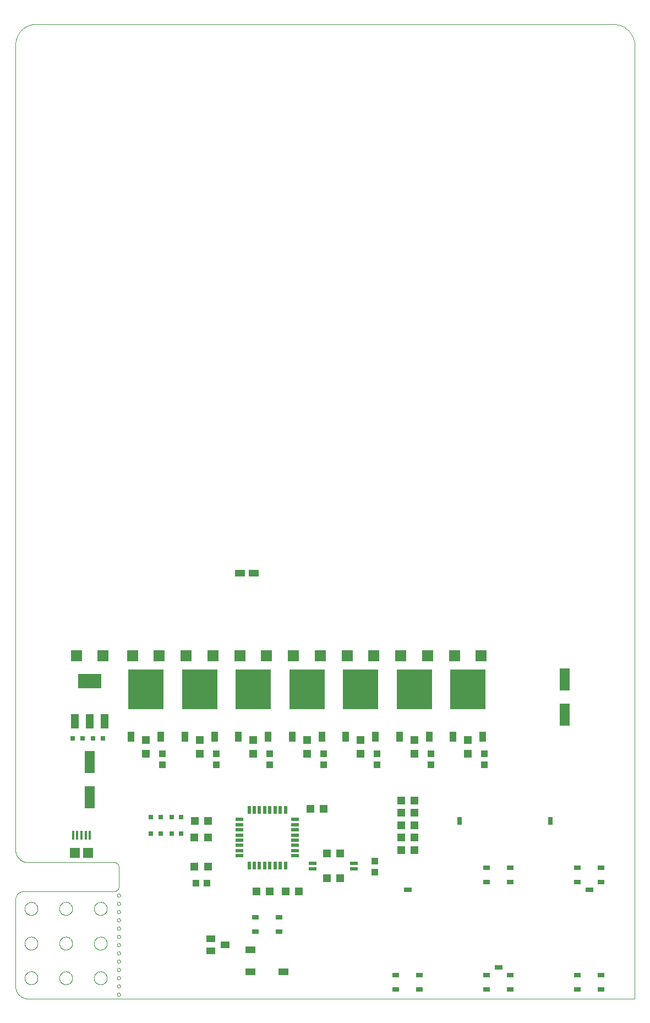
<source format=gtp>
G75*
%MOIN*%
%OFA0B0*%
%FSLAX25Y25*%
%IPPOS*%
%LPD*%
%AMOC8*
5,1,8,0,0,1.08239X$1,22.5*
%
%ADD10C,0.00000*%
%ADD11R,0.04800X0.08800*%
%ADD12R,0.14173X0.08661*%
%ADD13R,0.21260X0.24409*%
%ADD14R,0.03937X0.06299*%
%ADD15R,0.04724X0.04724*%
%ADD16R,0.07087X0.06693*%
%ADD17R,0.04331X0.03937*%
%ADD18R,0.06299X0.13780*%
%ADD19R,0.03150X0.03150*%
%ADD20R,0.05906X0.06102*%
%ADD21R,0.01575X0.05315*%
%ADD22R,0.05000X0.02200*%
%ADD23R,0.02200X0.05000*%
%ADD24R,0.04724X0.05118*%
%ADD25R,0.05118X0.02362*%
%ADD26R,0.03937X0.03150*%
%ADD27R,0.02500X0.05000*%
%ADD28R,0.05000X0.02500*%
%ADD29R,0.05512X0.03937*%
%ADD30R,0.05906X0.03937*%
D10*
X0085095Y0043933D02*
X0085095Y0096433D01*
X0085097Y0096573D01*
X0085103Y0096713D01*
X0085113Y0096853D01*
X0085126Y0096993D01*
X0085144Y0097132D01*
X0085166Y0097271D01*
X0085191Y0097408D01*
X0085220Y0097546D01*
X0085253Y0097682D01*
X0085290Y0097817D01*
X0085331Y0097951D01*
X0085376Y0098084D01*
X0085424Y0098216D01*
X0085476Y0098346D01*
X0085531Y0098475D01*
X0085590Y0098602D01*
X0085653Y0098728D01*
X0085719Y0098852D01*
X0085788Y0098973D01*
X0085861Y0099093D01*
X0085938Y0099211D01*
X0086017Y0099326D01*
X0086100Y0099440D01*
X0086186Y0099550D01*
X0086275Y0099659D01*
X0086367Y0099765D01*
X0086462Y0099868D01*
X0086559Y0099969D01*
X0086660Y0100066D01*
X0086763Y0100161D01*
X0086869Y0100253D01*
X0086978Y0100342D01*
X0087088Y0100428D01*
X0087202Y0100511D01*
X0087317Y0100590D01*
X0087435Y0100667D01*
X0087555Y0100740D01*
X0087676Y0100809D01*
X0087800Y0100875D01*
X0087926Y0100938D01*
X0088053Y0100997D01*
X0088182Y0101052D01*
X0088312Y0101104D01*
X0088444Y0101152D01*
X0088577Y0101197D01*
X0088711Y0101238D01*
X0088846Y0101275D01*
X0088982Y0101308D01*
X0089120Y0101337D01*
X0089257Y0101362D01*
X0089396Y0101384D01*
X0089535Y0101402D01*
X0089675Y0101415D01*
X0089815Y0101425D01*
X0089955Y0101431D01*
X0090095Y0101433D01*
X0145095Y0101433D01*
X0145193Y0101435D01*
X0145291Y0101441D01*
X0145389Y0101450D01*
X0145486Y0101464D01*
X0145583Y0101481D01*
X0145679Y0101502D01*
X0145774Y0101527D01*
X0145868Y0101555D01*
X0145960Y0101588D01*
X0146052Y0101623D01*
X0146142Y0101663D01*
X0146230Y0101705D01*
X0146317Y0101752D01*
X0146401Y0101801D01*
X0146484Y0101854D01*
X0146564Y0101910D01*
X0146643Y0101970D01*
X0146719Y0102032D01*
X0146792Y0102097D01*
X0146863Y0102165D01*
X0146931Y0102236D01*
X0146996Y0102309D01*
X0147058Y0102385D01*
X0147118Y0102464D01*
X0147174Y0102544D01*
X0147227Y0102627D01*
X0147276Y0102711D01*
X0147323Y0102798D01*
X0147365Y0102886D01*
X0147405Y0102976D01*
X0147440Y0103068D01*
X0147473Y0103160D01*
X0147501Y0103254D01*
X0147526Y0103349D01*
X0147547Y0103445D01*
X0147564Y0103542D01*
X0147578Y0103639D01*
X0147587Y0103737D01*
X0147593Y0103835D01*
X0147595Y0103933D01*
X0147595Y0116433D01*
X0147593Y0116531D01*
X0147587Y0116629D01*
X0147578Y0116727D01*
X0147564Y0116824D01*
X0147547Y0116921D01*
X0147526Y0117017D01*
X0147501Y0117112D01*
X0147473Y0117206D01*
X0147440Y0117298D01*
X0147405Y0117390D01*
X0147365Y0117480D01*
X0147323Y0117568D01*
X0147276Y0117655D01*
X0147227Y0117739D01*
X0147174Y0117822D01*
X0147118Y0117902D01*
X0147058Y0117981D01*
X0146996Y0118057D01*
X0146931Y0118130D01*
X0146863Y0118201D01*
X0146792Y0118269D01*
X0146719Y0118334D01*
X0146643Y0118396D01*
X0146564Y0118456D01*
X0146484Y0118512D01*
X0146401Y0118565D01*
X0146317Y0118614D01*
X0146230Y0118661D01*
X0146142Y0118703D01*
X0146052Y0118743D01*
X0145960Y0118778D01*
X0145868Y0118811D01*
X0145774Y0118839D01*
X0145679Y0118864D01*
X0145583Y0118885D01*
X0145486Y0118902D01*
X0145389Y0118916D01*
X0145291Y0118925D01*
X0145193Y0118931D01*
X0145095Y0118933D01*
X0092595Y0118933D01*
X0092414Y0118935D01*
X0092233Y0118942D01*
X0092052Y0118953D01*
X0091871Y0118968D01*
X0091691Y0118988D01*
X0091511Y0119012D01*
X0091332Y0119040D01*
X0091154Y0119073D01*
X0090977Y0119110D01*
X0090800Y0119151D01*
X0090625Y0119196D01*
X0090450Y0119246D01*
X0090277Y0119300D01*
X0090106Y0119358D01*
X0089935Y0119420D01*
X0089767Y0119487D01*
X0089600Y0119557D01*
X0089434Y0119631D01*
X0089271Y0119710D01*
X0089110Y0119792D01*
X0088950Y0119878D01*
X0088793Y0119968D01*
X0088638Y0120062D01*
X0088485Y0120159D01*
X0088335Y0120261D01*
X0088187Y0120365D01*
X0088041Y0120474D01*
X0087899Y0120585D01*
X0087759Y0120701D01*
X0087622Y0120819D01*
X0087487Y0120941D01*
X0087356Y0121066D01*
X0087228Y0121194D01*
X0087103Y0121325D01*
X0086981Y0121460D01*
X0086863Y0121597D01*
X0086747Y0121737D01*
X0086636Y0121879D01*
X0086527Y0122025D01*
X0086423Y0122173D01*
X0086321Y0122323D01*
X0086224Y0122476D01*
X0086130Y0122631D01*
X0086040Y0122788D01*
X0085954Y0122948D01*
X0085872Y0123109D01*
X0085793Y0123272D01*
X0085719Y0123438D01*
X0085649Y0123605D01*
X0085582Y0123773D01*
X0085520Y0123944D01*
X0085462Y0124115D01*
X0085408Y0124288D01*
X0085358Y0124463D01*
X0085313Y0124638D01*
X0085272Y0124815D01*
X0085235Y0124992D01*
X0085202Y0125170D01*
X0085174Y0125349D01*
X0085150Y0125529D01*
X0085130Y0125709D01*
X0085115Y0125890D01*
X0085104Y0126071D01*
X0085097Y0126252D01*
X0085095Y0126433D01*
X0085095Y0613933D01*
X0085099Y0614235D01*
X0085110Y0614537D01*
X0085128Y0614838D01*
X0085153Y0615139D01*
X0085186Y0615440D01*
X0085226Y0615739D01*
X0085273Y0616037D01*
X0085328Y0616335D01*
X0085389Y0616630D01*
X0085458Y0616924D01*
X0085534Y0617217D01*
X0085617Y0617507D01*
X0085707Y0617796D01*
X0085804Y0618082D01*
X0085907Y0618366D01*
X0086018Y0618647D01*
X0086135Y0618925D01*
X0086259Y0619201D01*
X0086390Y0619473D01*
X0086527Y0619742D01*
X0086670Y0620008D01*
X0086820Y0620270D01*
X0086977Y0620529D01*
X0087139Y0620783D01*
X0087308Y0621034D01*
X0087482Y0621280D01*
X0087663Y0621523D01*
X0087849Y0621760D01*
X0088041Y0621994D01*
X0088239Y0622222D01*
X0088442Y0622446D01*
X0088650Y0622664D01*
X0088864Y0622878D01*
X0089082Y0623086D01*
X0089306Y0623289D01*
X0089534Y0623487D01*
X0089768Y0623679D01*
X0090005Y0623865D01*
X0090248Y0624046D01*
X0090494Y0624220D01*
X0090745Y0624389D01*
X0090999Y0624551D01*
X0091258Y0624708D01*
X0091520Y0624858D01*
X0091786Y0625001D01*
X0092055Y0625138D01*
X0092327Y0625269D01*
X0092603Y0625393D01*
X0092881Y0625510D01*
X0093162Y0625621D01*
X0093446Y0625724D01*
X0093732Y0625821D01*
X0094021Y0625911D01*
X0094311Y0625994D01*
X0094604Y0626070D01*
X0094898Y0626139D01*
X0095193Y0626200D01*
X0095491Y0626255D01*
X0095789Y0626302D01*
X0096088Y0626342D01*
X0096389Y0626375D01*
X0096690Y0626400D01*
X0096991Y0626418D01*
X0097293Y0626429D01*
X0097595Y0626433D01*
X0447595Y0626433D01*
X0447917Y0626410D01*
X0448237Y0626380D01*
X0448557Y0626341D01*
X0448876Y0626295D01*
X0449194Y0626241D01*
X0449510Y0626180D01*
X0449825Y0626111D01*
X0450138Y0626034D01*
X0450449Y0625950D01*
X0450758Y0625858D01*
X0451064Y0625759D01*
X0451369Y0625652D01*
X0451670Y0625538D01*
X0451969Y0625417D01*
X0452264Y0625288D01*
X0452556Y0625153D01*
X0452845Y0625010D01*
X0453131Y0624861D01*
X0453413Y0624704D01*
X0453690Y0624541D01*
X0453964Y0624371D01*
X0454234Y0624195D01*
X0454499Y0624012D01*
X0454760Y0623823D01*
X0455016Y0623627D01*
X0455267Y0623425D01*
X0455514Y0623218D01*
X0455755Y0623004D01*
X0455991Y0622784D01*
X0456221Y0622559D01*
X0456446Y0622329D01*
X0456666Y0622093D01*
X0456880Y0621852D01*
X0457087Y0621605D01*
X0457289Y0621354D01*
X0457485Y0621098D01*
X0457674Y0620837D01*
X0457857Y0620572D01*
X0458033Y0620302D01*
X0458203Y0620028D01*
X0458366Y0619751D01*
X0458523Y0619469D01*
X0458672Y0619183D01*
X0458815Y0618894D01*
X0458950Y0618602D01*
X0459079Y0618307D01*
X0459200Y0618008D01*
X0459314Y0617707D01*
X0459421Y0617402D01*
X0459520Y0617096D01*
X0459612Y0616787D01*
X0459696Y0616476D01*
X0459773Y0616163D01*
X0459842Y0615848D01*
X0459903Y0615532D01*
X0459957Y0615214D01*
X0460003Y0614895D01*
X0460042Y0614575D01*
X0460072Y0614255D01*
X0460095Y0613933D01*
X0460095Y0036433D01*
X0092595Y0036433D01*
X0092414Y0036435D01*
X0092233Y0036442D01*
X0092052Y0036453D01*
X0091871Y0036468D01*
X0091691Y0036488D01*
X0091511Y0036512D01*
X0091332Y0036540D01*
X0091154Y0036573D01*
X0090977Y0036610D01*
X0090800Y0036651D01*
X0090625Y0036696D01*
X0090450Y0036746D01*
X0090277Y0036800D01*
X0090106Y0036858D01*
X0089935Y0036920D01*
X0089767Y0036987D01*
X0089600Y0037057D01*
X0089434Y0037131D01*
X0089271Y0037210D01*
X0089110Y0037292D01*
X0088950Y0037378D01*
X0088793Y0037468D01*
X0088638Y0037562D01*
X0088485Y0037659D01*
X0088335Y0037761D01*
X0088187Y0037865D01*
X0088041Y0037974D01*
X0087899Y0038085D01*
X0087759Y0038201D01*
X0087622Y0038319D01*
X0087487Y0038441D01*
X0087356Y0038566D01*
X0087228Y0038694D01*
X0087103Y0038825D01*
X0086981Y0038960D01*
X0086863Y0039097D01*
X0086747Y0039237D01*
X0086636Y0039379D01*
X0086527Y0039525D01*
X0086423Y0039673D01*
X0086321Y0039823D01*
X0086224Y0039976D01*
X0086130Y0040131D01*
X0086040Y0040288D01*
X0085954Y0040448D01*
X0085872Y0040609D01*
X0085793Y0040772D01*
X0085719Y0040938D01*
X0085649Y0041105D01*
X0085582Y0041273D01*
X0085520Y0041444D01*
X0085462Y0041615D01*
X0085408Y0041788D01*
X0085358Y0041963D01*
X0085313Y0042138D01*
X0085272Y0042315D01*
X0085235Y0042492D01*
X0085202Y0042670D01*
X0085174Y0042849D01*
X0085150Y0043029D01*
X0085130Y0043209D01*
X0085115Y0043390D01*
X0085104Y0043571D01*
X0085097Y0043752D01*
X0085095Y0043933D01*
X0090658Y0048933D02*
X0090660Y0049058D01*
X0090666Y0049183D01*
X0090676Y0049307D01*
X0090690Y0049431D01*
X0090707Y0049555D01*
X0090729Y0049678D01*
X0090755Y0049800D01*
X0090784Y0049922D01*
X0090817Y0050042D01*
X0090855Y0050161D01*
X0090895Y0050280D01*
X0090940Y0050396D01*
X0090988Y0050511D01*
X0091040Y0050625D01*
X0091096Y0050737D01*
X0091155Y0050847D01*
X0091217Y0050955D01*
X0091283Y0051062D01*
X0091352Y0051166D01*
X0091425Y0051267D01*
X0091500Y0051367D01*
X0091579Y0051464D01*
X0091661Y0051558D01*
X0091746Y0051650D01*
X0091833Y0051739D01*
X0091924Y0051825D01*
X0092017Y0051908D01*
X0092113Y0051989D01*
X0092211Y0052066D01*
X0092311Y0052140D01*
X0092414Y0052211D01*
X0092519Y0052278D01*
X0092627Y0052343D01*
X0092736Y0052403D01*
X0092847Y0052461D01*
X0092960Y0052514D01*
X0093074Y0052564D01*
X0093190Y0052611D01*
X0093307Y0052653D01*
X0093426Y0052692D01*
X0093546Y0052728D01*
X0093667Y0052759D01*
X0093789Y0052787D01*
X0093911Y0052810D01*
X0094035Y0052830D01*
X0094159Y0052846D01*
X0094283Y0052858D01*
X0094408Y0052866D01*
X0094533Y0052870D01*
X0094657Y0052870D01*
X0094782Y0052866D01*
X0094907Y0052858D01*
X0095031Y0052846D01*
X0095155Y0052830D01*
X0095279Y0052810D01*
X0095401Y0052787D01*
X0095523Y0052759D01*
X0095644Y0052728D01*
X0095764Y0052692D01*
X0095883Y0052653D01*
X0096000Y0052611D01*
X0096116Y0052564D01*
X0096230Y0052514D01*
X0096343Y0052461D01*
X0096454Y0052403D01*
X0096564Y0052343D01*
X0096671Y0052278D01*
X0096776Y0052211D01*
X0096879Y0052140D01*
X0096979Y0052066D01*
X0097077Y0051989D01*
X0097173Y0051908D01*
X0097266Y0051825D01*
X0097357Y0051739D01*
X0097444Y0051650D01*
X0097529Y0051558D01*
X0097611Y0051464D01*
X0097690Y0051367D01*
X0097765Y0051267D01*
X0097838Y0051166D01*
X0097907Y0051062D01*
X0097973Y0050955D01*
X0098035Y0050847D01*
X0098094Y0050737D01*
X0098150Y0050625D01*
X0098202Y0050511D01*
X0098250Y0050396D01*
X0098295Y0050280D01*
X0098335Y0050161D01*
X0098373Y0050042D01*
X0098406Y0049922D01*
X0098435Y0049800D01*
X0098461Y0049678D01*
X0098483Y0049555D01*
X0098500Y0049431D01*
X0098514Y0049307D01*
X0098524Y0049183D01*
X0098530Y0049058D01*
X0098532Y0048933D01*
X0098530Y0048808D01*
X0098524Y0048683D01*
X0098514Y0048559D01*
X0098500Y0048435D01*
X0098483Y0048311D01*
X0098461Y0048188D01*
X0098435Y0048066D01*
X0098406Y0047944D01*
X0098373Y0047824D01*
X0098335Y0047705D01*
X0098295Y0047586D01*
X0098250Y0047470D01*
X0098202Y0047355D01*
X0098150Y0047241D01*
X0098094Y0047129D01*
X0098035Y0047019D01*
X0097973Y0046911D01*
X0097907Y0046804D01*
X0097838Y0046700D01*
X0097765Y0046599D01*
X0097690Y0046499D01*
X0097611Y0046402D01*
X0097529Y0046308D01*
X0097444Y0046216D01*
X0097357Y0046127D01*
X0097266Y0046041D01*
X0097173Y0045958D01*
X0097077Y0045877D01*
X0096979Y0045800D01*
X0096879Y0045726D01*
X0096776Y0045655D01*
X0096671Y0045588D01*
X0096563Y0045523D01*
X0096454Y0045463D01*
X0096343Y0045405D01*
X0096230Y0045352D01*
X0096116Y0045302D01*
X0096000Y0045255D01*
X0095883Y0045213D01*
X0095764Y0045174D01*
X0095644Y0045138D01*
X0095523Y0045107D01*
X0095401Y0045079D01*
X0095279Y0045056D01*
X0095155Y0045036D01*
X0095031Y0045020D01*
X0094907Y0045008D01*
X0094782Y0045000D01*
X0094657Y0044996D01*
X0094533Y0044996D01*
X0094408Y0045000D01*
X0094283Y0045008D01*
X0094159Y0045020D01*
X0094035Y0045036D01*
X0093911Y0045056D01*
X0093789Y0045079D01*
X0093667Y0045107D01*
X0093546Y0045138D01*
X0093426Y0045174D01*
X0093307Y0045213D01*
X0093190Y0045255D01*
X0093074Y0045302D01*
X0092960Y0045352D01*
X0092847Y0045405D01*
X0092736Y0045463D01*
X0092626Y0045523D01*
X0092519Y0045588D01*
X0092414Y0045655D01*
X0092311Y0045726D01*
X0092211Y0045800D01*
X0092113Y0045877D01*
X0092017Y0045958D01*
X0091924Y0046041D01*
X0091833Y0046127D01*
X0091746Y0046216D01*
X0091661Y0046308D01*
X0091579Y0046402D01*
X0091500Y0046499D01*
X0091425Y0046599D01*
X0091352Y0046700D01*
X0091283Y0046804D01*
X0091217Y0046911D01*
X0091155Y0047019D01*
X0091096Y0047129D01*
X0091040Y0047241D01*
X0090988Y0047355D01*
X0090940Y0047470D01*
X0090895Y0047586D01*
X0090855Y0047705D01*
X0090817Y0047824D01*
X0090784Y0047944D01*
X0090755Y0048066D01*
X0090729Y0048188D01*
X0090707Y0048311D01*
X0090690Y0048435D01*
X0090676Y0048559D01*
X0090666Y0048683D01*
X0090660Y0048808D01*
X0090658Y0048933D01*
X0090658Y0069933D02*
X0090660Y0070058D01*
X0090666Y0070183D01*
X0090676Y0070307D01*
X0090690Y0070431D01*
X0090707Y0070555D01*
X0090729Y0070678D01*
X0090755Y0070800D01*
X0090784Y0070922D01*
X0090817Y0071042D01*
X0090855Y0071161D01*
X0090895Y0071280D01*
X0090940Y0071396D01*
X0090988Y0071511D01*
X0091040Y0071625D01*
X0091096Y0071737D01*
X0091155Y0071847D01*
X0091217Y0071955D01*
X0091283Y0072062D01*
X0091352Y0072166D01*
X0091425Y0072267D01*
X0091500Y0072367D01*
X0091579Y0072464D01*
X0091661Y0072558D01*
X0091746Y0072650D01*
X0091833Y0072739D01*
X0091924Y0072825D01*
X0092017Y0072908D01*
X0092113Y0072989D01*
X0092211Y0073066D01*
X0092311Y0073140D01*
X0092414Y0073211D01*
X0092519Y0073278D01*
X0092627Y0073343D01*
X0092736Y0073403D01*
X0092847Y0073461D01*
X0092960Y0073514D01*
X0093074Y0073564D01*
X0093190Y0073611D01*
X0093307Y0073653D01*
X0093426Y0073692D01*
X0093546Y0073728D01*
X0093667Y0073759D01*
X0093789Y0073787D01*
X0093911Y0073810D01*
X0094035Y0073830D01*
X0094159Y0073846D01*
X0094283Y0073858D01*
X0094408Y0073866D01*
X0094533Y0073870D01*
X0094657Y0073870D01*
X0094782Y0073866D01*
X0094907Y0073858D01*
X0095031Y0073846D01*
X0095155Y0073830D01*
X0095279Y0073810D01*
X0095401Y0073787D01*
X0095523Y0073759D01*
X0095644Y0073728D01*
X0095764Y0073692D01*
X0095883Y0073653D01*
X0096000Y0073611D01*
X0096116Y0073564D01*
X0096230Y0073514D01*
X0096343Y0073461D01*
X0096454Y0073403D01*
X0096564Y0073343D01*
X0096671Y0073278D01*
X0096776Y0073211D01*
X0096879Y0073140D01*
X0096979Y0073066D01*
X0097077Y0072989D01*
X0097173Y0072908D01*
X0097266Y0072825D01*
X0097357Y0072739D01*
X0097444Y0072650D01*
X0097529Y0072558D01*
X0097611Y0072464D01*
X0097690Y0072367D01*
X0097765Y0072267D01*
X0097838Y0072166D01*
X0097907Y0072062D01*
X0097973Y0071955D01*
X0098035Y0071847D01*
X0098094Y0071737D01*
X0098150Y0071625D01*
X0098202Y0071511D01*
X0098250Y0071396D01*
X0098295Y0071280D01*
X0098335Y0071161D01*
X0098373Y0071042D01*
X0098406Y0070922D01*
X0098435Y0070800D01*
X0098461Y0070678D01*
X0098483Y0070555D01*
X0098500Y0070431D01*
X0098514Y0070307D01*
X0098524Y0070183D01*
X0098530Y0070058D01*
X0098532Y0069933D01*
X0098530Y0069808D01*
X0098524Y0069683D01*
X0098514Y0069559D01*
X0098500Y0069435D01*
X0098483Y0069311D01*
X0098461Y0069188D01*
X0098435Y0069066D01*
X0098406Y0068944D01*
X0098373Y0068824D01*
X0098335Y0068705D01*
X0098295Y0068586D01*
X0098250Y0068470D01*
X0098202Y0068355D01*
X0098150Y0068241D01*
X0098094Y0068129D01*
X0098035Y0068019D01*
X0097973Y0067911D01*
X0097907Y0067804D01*
X0097838Y0067700D01*
X0097765Y0067599D01*
X0097690Y0067499D01*
X0097611Y0067402D01*
X0097529Y0067308D01*
X0097444Y0067216D01*
X0097357Y0067127D01*
X0097266Y0067041D01*
X0097173Y0066958D01*
X0097077Y0066877D01*
X0096979Y0066800D01*
X0096879Y0066726D01*
X0096776Y0066655D01*
X0096671Y0066588D01*
X0096563Y0066523D01*
X0096454Y0066463D01*
X0096343Y0066405D01*
X0096230Y0066352D01*
X0096116Y0066302D01*
X0096000Y0066255D01*
X0095883Y0066213D01*
X0095764Y0066174D01*
X0095644Y0066138D01*
X0095523Y0066107D01*
X0095401Y0066079D01*
X0095279Y0066056D01*
X0095155Y0066036D01*
X0095031Y0066020D01*
X0094907Y0066008D01*
X0094782Y0066000D01*
X0094657Y0065996D01*
X0094533Y0065996D01*
X0094408Y0066000D01*
X0094283Y0066008D01*
X0094159Y0066020D01*
X0094035Y0066036D01*
X0093911Y0066056D01*
X0093789Y0066079D01*
X0093667Y0066107D01*
X0093546Y0066138D01*
X0093426Y0066174D01*
X0093307Y0066213D01*
X0093190Y0066255D01*
X0093074Y0066302D01*
X0092960Y0066352D01*
X0092847Y0066405D01*
X0092736Y0066463D01*
X0092626Y0066523D01*
X0092519Y0066588D01*
X0092414Y0066655D01*
X0092311Y0066726D01*
X0092211Y0066800D01*
X0092113Y0066877D01*
X0092017Y0066958D01*
X0091924Y0067041D01*
X0091833Y0067127D01*
X0091746Y0067216D01*
X0091661Y0067308D01*
X0091579Y0067402D01*
X0091500Y0067499D01*
X0091425Y0067599D01*
X0091352Y0067700D01*
X0091283Y0067804D01*
X0091217Y0067911D01*
X0091155Y0068019D01*
X0091096Y0068129D01*
X0091040Y0068241D01*
X0090988Y0068355D01*
X0090940Y0068470D01*
X0090895Y0068586D01*
X0090855Y0068705D01*
X0090817Y0068824D01*
X0090784Y0068944D01*
X0090755Y0069066D01*
X0090729Y0069188D01*
X0090707Y0069311D01*
X0090690Y0069435D01*
X0090676Y0069559D01*
X0090666Y0069683D01*
X0090660Y0069808D01*
X0090658Y0069933D01*
X0090658Y0090933D02*
X0090660Y0091058D01*
X0090666Y0091183D01*
X0090676Y0091307D01*
X0090690Y0091431D01*
X0090707Y0091555D01*
X0090729Y0091678D01*
X0090755Y0091800D01*
X0090784Y0091922D01*
X0090817Y0092042D01*
X0090855Y0092161D01*
X0090895Y0092280D01*
X0090940Y0092396D01*
X0090988Y0092511D01*
X0091040Y0092625D01*
X0091096Y0092737D01*
X0091155Y0092847D01*
X0091217Y0092955D01*
X0091283Y0093062D01*
X0091352Y0093166D01*
X0091425Y0093267D01*
X0091500Y0093367D01*
X0091579Y0093464D01*
X0091661Y0093558D01*
X0091746Y0093650D01*
X0091833Y0093739D01*
X0091924Y0093825D01*
X0092017Y0093908D01*
X0092113Y0093989D01*
X0092211Y0094066D01*
X0092311Y0094140D01*
X0092414Y0094211D01*
X0092519Y0094278D01*
X0092627Y0094343D01*
X0092736Y0094403D01*
X0092847Y0094461D01*
X0092960Y0094514D01*
X0093074Y0094564D01*
X0093190Y0094611D01*
X0093307Y0094653D01*
X0093426Y0094692D01*
X0093546Y0094728D01*
X0093667Y0094759D01*
X0093789Y0094787D01*
X0093911Y0094810D01*
X0094035Y0094830D01*
X0094159Y0094846D01*
X0094283Y0094858D01*
X0094408Y0094866D01*
X0094533Y0094870D01*
X0094657Y0094870D01*
X0094782Y0094866D01*
X0094907Y0094858D01*
X0095031Y0094846D01*
X0095155Y0094830D01*
X0095279Y0094810D01*
X0095401Y0094787D01*
X0095523Y0094759D01*
X0095644Y0094728D01*
X0095764Y0094692D01*
X0095883Y0094653D01*
X0096000Y0094611D01*
X0096116Y0094564D01*
X0096230Y0094514D01*
X0096343Y0094461D01*
X0096454Y0094403D01*
X0096564Y0094343D01*
X0096671Y0094278D01*
X0096776Y0094211D01*
X0096879Y0094140D01*
X0096979Y0094066D01*
X0097077Y0093989D01*
X0097173Y0093908D01*
X0097266Y0093825D01*
X0097357Y0093739D01*
X0097444Y0093650D01*
X0097529Y0093558D01*
X0097611Y0093464D01*
X0097690Y0093367D01*
X0097765Y0093267D01*
X0097838Y0093166D01*
X0097907Y0093062D01*
X0097973Y0092955D01*
X0098035Y0092847D01*
X0098094Y0092737D01*
X0098150Y0092625D01*
X0098202Y0092511D01*
X0098250Y0092396D01*
X0098295Y0092280D01*
X0098335Y0092161D01*
X0098373Y0092042D01*
X0098406Y0091922D01*
X0098435Y0091800D01*
X0098461Y0091678D01*
X0098483Y0091555D01*
X0098500Y0091431D01*
X0098514Y0091307D01*
X0098524Y0091183D01*
X0098530Y0091058D01*
X0098532Y0090933D01*
X0098530Y0090808D01*
X0098524Y0090683D01*
X0098514Y0090559D01*
X0098500Y0090435D01*
X0098483Y0090311D01*
X0098461Y0090188D01*
X0098435Y0090066D01*
X0098406Y0089944D01*
X0098373Y0089824D01*
X0098335Y0089705D01*
X0098295Y0089586D01*
X0098250Y0089470D01*
X0098202Y0089355D01*
X0098150Y0089241D01*
X0098094Y0089129D01*
X0098035Y0089019D01*
X0097973Y0088911D01*
X0097907Y0088804D01*
X0097838Y0088700D01*
X0097765Y0088599D01*
X0097690Y0088499D01*
X0097611Y0088402D01*
X0097529Y0088308D01*
X0097444Y0088216D01*
X0097357Y0088127D01*
X0097266Y0088041D01*
X0097173Y0087958D01*
X0097077Y0087877D01*
X0096979Y0087800D01*
X0096879Y0087726D01*
X0096776Y0087655D01*
X0096671Y0087588D01*
X0096563Y0087523D01*
X0096454Y0087463D01*
X0096343Y0087405D01*
X0096230Y0087352D01*
X0096116Y0087302D01*
X0096000Y0087255D01*
X0095883Y0087213D01*
X0095764Y0087174D01*
X0095644Y0087138D01*
X0095523Y0087107D01*
X0095401Y0087079D01*
X0095279Y0087056D01*
X0095155Y0087036D01*
X0095031Y0087020D01*
X0094907Y0087008D01*
X0094782Y0087000D01*
X0094657Y0086996D01*
X0094533Y0086996D01*
X0094408Y0087000D01*
X0094283Y0087008D01*
X0094159Y0087020D01*
X0094035Y0087036D01*
X0093911Y0087056D01*
X0093789Y0087079D01*
X0093667Y0087107D01*
X0093546Y0087138D01*
X0093426Y0087174D01*
X0093307Y0087213D01*
X0093190Y0087255D01*
X0093074Y0087302D01*
X0092960Y0087352D01*
X0092847Y0087405D01*
X0092736Y0087463D01*
X0092626Y0087523D01*
X0092519Y0087588D01*
X0092414Y0087655D01*
X0092311Y0087726D01*
X0092211Y0087800D01*
X0092113Y0087877D01*
X0092017Y0087958D01*
X0091924Y0088041D01*
X0091833Y0088127D01*
X0091746Y0088216D01*
X0091661Y0088308D01*
X0091579Y0088402D01*
X0091500Y0088499D01*
X0091425Y0088599D01*
X0091352Y0088700D01*
X0091283Y0088804D01*
X0091217Y0088911D01*
X0091155Y0089019D01*
X0091096Y0089129D01*
X0091040Y0089241D01*
X0090988Y0089355D01*
X0090940Y0089470D01*
X0090895Y0089586D01*
X0090855Y0089705D01*
X0090817Y0089824D01*
X0090784Y0089944D01*
X0090755Y0090066D01*
X0090729Y0090188D01*
X0090707Y0090311D01*
X0090690Y0090435D01*
X0090676Y0090559D01*
X0090666Y0090683D01*
X0090660Y0090808D01*
X0090658Y0090933D01*
X0111658Y0090933D02*
X0111660Y0091058D01*
X0111666Y0091183D01*
X0111676Y0091307D01*
X0111690Y0091431D01*
X0111707Y0091555D01*
X0111729Y0091678D01*
X0111755Y0091800D01*
X0111784Y0091922D01*
X0111817Y0092042D01*
X0111855Y0092161D01*
X0111895Y0092280D01*
X0111940Y0092396D01*
X0111988Y0092511D01*
X0112040Y0092625D01*
X0112096Y0092737D01*
X0112155Y0092847D01*
X0112217Y0092955D01*
X0112283Y0093062D01*
X0112352Y0093166D01*
X0112425Y0093267D01*
X0112500Y0093367D01*
X0112579Y0093464D01*
X0112661Y0093558D01*
X0112746Y0093650D01*
X0112833Y0093739D01*
X0112924Y0093825D01*
X0113017Y0093908D01*
X0113113Y0093989D01*
X0113211Y0094066D01*
X0113311Y0094140D01*
X0113414Y0094211D01*
X0113519Y0094278D01*
X0113627Y0094343D01*
X0113736Y0094403D01*
X0113847Y0094461D01*
X0113960Y0094514D01*
X0114074Y0094564D01*
X0114190Y0094611D01*
X0114307Y0094653D01*
X0114426Y0094692D01*
X0114546Y0094728D01*
X0114667Y0094759D01*
X0114789Y0094787D01*
X0114911Y0094810D01*
X0115035Y0094830D01*
X0115159Y0094846D01*
X0115283Y0094858D01*
X0115408Y0094866D01*
X0115533Y0094870D01*
X0115657Y0094870D01*
X0115782Y0094866D01*
X0115907Y0094858D01*
X0116031Y0094846D01*
X0116155Y0094830D01*
X0116279Y0094810D01*
X0116401Y0094787D01*
X0116523Y0094759D01*
X0116644Y0094728D01*
X0116764Y0094692D01*
X0116883Y0094653D01*
X0117000Y0094611D01*
X0117116Y0094564D01*
X0117230Y0094514D01*
X0117343Y0094461D01*
X0117454Y0094403D01*
X0117564Y0094343D01*
X0117671Y0094278D01*
X0117776Y0094211D01*
X0117879Y0094140D01*
X0117979Y0094066D01*
X0118077Y0093989D01*
X0118173Y0093908D01*
X0118266Y0093825D01*
X0118357Y0093739D01*
X0118444Y0093650D01*
X0118529Y0093558D01*
X0118611Y0093464D01*
X0118690Y0093367D01*
X0118765Y0093267D01*
X0118838Y0093166D01*
X0118907Y0093062D01*
X0118973Y0092955D01*
X0119035Y0092847D01*
X0119094Y0092737D01*
X0119150Y0092625D01*
X0119202Y0092511D01*
X0119250Y0092396D01*
X0119295Y0092280D01*
X0119335Y0092161D01*
X0119373Y0092042D01*
X0119406Y0091922D01*
X0119435Y0091800D01*
X0119461Y0091678D01*
X0119483Y0091555D01*
X0119500Y0091431D01*
X0119514Y0091307D01*
X0119524Y0091183D01*
X0119530Y0091058D01*
X0119532Y0090933D01*
X0119530Y0090808D01*
X0119524Y0090683D01*
X0119514Y0090559D01*
X0119500Y0090435D01*
X0119483Y0090311D01*
X0119461Y0090188D01*
X0119435Y0090066D01*
X0119406Y0089944D01*
X0119373Y0089824D01*
X0119335Y0089705D01*
X0119295Y0089586D01*
X0119250Y0089470D01*
X0119202Y0089355D01*
X0119150Y0089241D01*
X0119094Y0089129D01*
X0119035Y0089019D01*
X0118973Y0088911D01*
X0118907Y0088804D01*
X0118838Y0088700D01*
X0118765Y0088599D01*
X0118690Y0088499D01*
X0118611Y0088402D01*
X0118529Y0088308D01*
X0118444Y0088216D01*
X0118357Y0088127D01*
X0118266Y0088041D01*
X0118173Y0087958D01*
X0118077Y0087877D01*
X0117979Y0087800D01*
X0117879Y0087726D01*
X0117776Y0087655D01*
X0117671Y0087588D01*
X0117563Y0087523D01*
X0117454Y0087463D01*
X0117343Y0087405D01*
X0117230Y0087352D01*
X0117116Y0087302D01*
X0117000Y0087255D01*
X0116883Y0087213D01*
X0116764Y0087174D01*
X0116644Y0087138D01*
X0116523Y0087107D01*
X0116401Y0087079D01*
X0116279Y0087056D01*
X0116155Y0087036D01*
X0116031Y0087020D01*
X0115907Y0087008D01*
X0115782Y0087000D01*
X0115657Y0086996D01*
X0115533Y0086996D01*
X0115408Y0087000D01*
X0115283Y0087008D01*
X0115159Y0087020D01*
X0115035Y0087036D01*
X0114911Y0087056D01*
X0114789Y0087079D01*
X0114667Y0087107D01*
X0114546Y0087138D01*
X0114426Y0087174D01*
X0114307Y0087213D01*
X0114190Y0087255D01*
X0114074Y0087302D01*
X0113960Y0087352D01*
X0113847Y0087405D01*
X0113736Y0087463D01*
X0113626Y0087523D01*
X0113519Y0087588D01*
X0113414Y0087655D01*
X0113311Y0087726D01*
X0113211Y0087800D01*
X0113113Y0087877D01*
X0113017Y0087958D01*
X0112924Y0088041D01*
X0112833Y0088127D01*
X0112746Y0088216D01*
X0112661Y0088308D01*
X0112579Y0088402D01*
X0112500Y0088499D01*
X0112425Y0088599D01*
X0112352Y0088700D01*
X0112283Y0088804D01*
X0112217Y0088911D01*
X0112155Y0089019D01*
X0112096Y0089129D01*
X0112040Y0089241D01*
X0111988Y0089355D01*
X0111940Y0089470D01*
X0111895Y0089586D01*
X0111855Y0089705D01*
X0111817Y0089824D01*
X0111784Y0089944D01*
X0111755Y0090066D01*
X0111729Y0090188D01*
X0111707Y0090311D01*
X0111690Y0090435D01*
X0111676Y0090559D01*
X0111666Y0090683D01*
X0111660Y0090808D01*
X0111658Y0090933D01*
X0111658Y0069933D02*
X0111660Y0070058D01*
X0111666Y0070183D01*
X0111676Y0070307D01*
X0111690Y0070431D01*
X0111707Y0070555D01*
X0111729Y0070678D01*
X0111755Y0070800D01*
X0111784Y0070922D01*
X0111817Y0071042D01*
X0111855Y0071161D01*
X0111895Y0071280D01*
X0111940Y0071396D01*
X0111988Y0071511D01*
X0112040Y0071625D01*
X0112096Y0071737D01*
X0112155Y0071847D01*
X0112217Y0071955D01*
X0112283Y0072062D01*
X0112352Y0072166D01*
X0112425Y0072267D01*
X0112500Y0072367D01*
X0112579Y0072464D01*
X0112661Y0072558D01*
X0112746Y0072650D01*
X0112833Y0072739D01*
X0112924Y0072825D01*
X0113017Y0072908D01*
X0113113Y0072989D01*
X0113211Y0073066D01*
X0113311Y0073140D01*
X0113414Y0073211D01*
X0113519Y0073278D01*
X0113627Y0073343D01*
X0113736Y0073403D01*
X0113847Y0073461D01*
X0113960Y0073514D01*
X0114074Y0073564D01*
X0114190Y0073611D01*
X0114307Y0073653D01*
X0114426Y0073692D01*
X0114546Y0073728D01*
X0114667Y0073759D01*
X0114789Y0073787D01*
X0114911Y0073810D01*
X0115035Y0073830D01*
X0115159Y0073846D01*
X0115283Y0073858D01*
X0115408Y0073866D01*
X0115533Y0073870D01*
X0115657Y0073870D01*
X0115782Y0073866D01*
X0115907Y0073858D01*
X0116031Y0073846D01*
X0116155Y0073830D01*
X0116279Y0073810D01*
X0116401Y0073787D01*
X0116523Y0073759D01*
X0116644Y0073728D01*
X0116764Y0073692D01*
X0116883Y0073653D01*
X0117000Y0073611D01*
X0117116Y0073564D01*
X0117230Y0073514D01*
X0117343Y0073461D01*
X0117454Y0073403D01*
X0117564Y0073343D01*
X0117671Y0073278D01*
X0117776Y0073211D01*
X0117879Y0073140D01*
X0117979Y0073066D01*
X0118077Y0072989D01*
X0118173Y0072908D01*
X0118266Y0072825D01*
X0118357Y0072739D01*
X0118444Y0072650D01*
X0118529Y0072558D01*
X0118611Y0072464D01*
X0118690Y0072367D01*
X0118765Y0072267D01*
X0118838Y0072166D01*
X0118907Y0072062D01*
X0118973Y0071955D01*
X0119035Y0071847D01*
X0119094Y0071737D01*
X0119150Y0071625D01*
X0119202Y0071511D01*
X0119250Y0071396D01*
X0119295Y0071280D01*
X0119335Y0071161D01*
X0119373Y0071042D01*
X0119406Y0070922D01*
X0119435Y0070800D01*
X0119461Y0070678D01*
X0119483Y0070555D01*
X0119500Y0070431D01*
X0119514Y0070307D01*
X0119524Y0070183D01*
X0119530Y0070058D01*
X0119532Y0069933D01*
X0119530Y0069808D01*
X0119524Y0069683D01*
X0119514Y0069559D01*
X0119500Y0069435D01*
X0119483Y0069311D01*
X0119461Y0069188D01*
X0119435Y0069066D01*
X0119406Y0068944D01*
X0119373Y0068824D01*
X0119335Y0068705D01*
X0119295Y0068586D01*
X0119250Y0068470D01*
X0119202Y0068355D01*
X0119150Y0068241D01*
X0119094Y0068129D01*
X0119035Y0068019D01*
X0118973Y0067911D01*
X0118907Y0067804D01*
X0118838Y0067700D01*
X0118765Y0067599D01*
X0118690Y0067499D01*
X0118611Y0067402D01*
X0118529Y0067308D01*
X0118444Y0067216D01*
X0118357Y0067127D01*
X0118266Y0067041D01*
X0118173Y0066958D01*
X0118077Y0066877D01*
X0117979Y0066800D01*
X0117879Y0066726D01*
X0117776Y0066655D01*
X0117671Y0066588D01*
X0117563Y0066523D01*
X0117454Y0066463D01*
X0117343Y0066405D01*
X0117230Y0066352D01*
X0117116Y0066302D01*
X0117000Y0066255D01*
X0116883Y0066213D01*
X0116764Y0066174D01*
X0116644Y0066138D01*
X0116523Y0066107D01*
X0116401Y0066079D01*
X0116279Y0066056D01*
X0116155Y0066036D01*
X0116031Y0066020D01*
X0115907Y0066008D01*
X0115782Y0066000D01*
X0115657Y0065996D01*
X0115533Y0065996D01*
X0115408Y0066000D01*
X0115283Y0066008D01*
X0115159Y0066020D01*
X0115035Y0066036D01*
X0114911Y0066056D01*
X0114789Y0066079D01*
X0114667Y0066107D01*
X0114546Y0066138D01*
X0114426Y0066174D01*
X0114307Y0066213D01*
X0114190Y0066255D01*
X0114074Y0066302D01*
X0113960Y0066352D01*
X0113847Y0066405D01*
X0113736Y0066463D01*
X0113626Y0066523D01*
X0113519Y0066588D01*
X0113414Y0066655D01*
X0113311Y0066726D01*
X0113211Y0066800D01*
X0113113Y0066877D01*
X0113017Y0066958D01*
X0112924Y0067041D01*
X0112833Y0067127D01*
X0112746Y0067216D01*
X0112661Y0067308D01*
X0112579Y0067402D01*
X0112500Y0067499D01*
X0112425Y0067599D01*
X0112352Y0067700D01*
X0112283Y0067804D01*
X0112217Y0067911D01*
X0112155Y0068019D01*
X0112096Y0068129D01*
X0112040Y0068241D01*
X0111988Y0068355D01*
X0111940Y0068470D01*
X0111895Y0068586D01*
X0111855Y0068705D01*
X0111817Y0068824D01*
X0111784Y0068944D01*
X0111755Y0069066D01*
X0111729Y0069188D01*
X0111707Y0069311D01*
X0111690Y0069435D01*
X0111676Y0069559D01*
X0111666Y0069683D01*
X0111660Y0069808D01*
X0111658Y0069933D01*
X0111658Y0048933D02*
X0111660Y0049058D01*
X0111666Y0049183D01*
X0111676Y0049307D01*
X0111690Y0049431D01*
X0111707Y0049555D01*
X0111729Y0049678D01*
X0111755Y0049800D01*
X0111784Y0049922D01*
X0111817Y0050042D01*
X0111855Y0050161D01*
X0111895Y0050280D01*
X0111940Y0050396D01*
X0111988Y0050511D01*
X0112040Y0050625D01*
X0112096Y0050737D01*
X0112155Y0050847D01*
X0112217Y0050955D01*
X0112283Y0051062D01*
X0112352Y0051166D01*
X0112425Y0051267D01*
X0112500Y0051367D01*
X0112579Y0051464D01*
X0112661Y0051558D01*
X0112746Y0051650D01*
X0112833Y0051739D01*
X0112924Y0051825D01*
X0113017Y0051908D01*
X0113113Y0051989D01*
X0113211Y0052066D01*
X0113311Y0052140D01*
X0113414Y0052211D01*
X0113519Y0052278D01*
X0113627Y0052343D01*
X0113736Y0052403D01*
X0113847Y0052461D01*
X0113960Y0052514D01*
X0114074Y0052564D01*
X0114190Y0052611D01*
X0114307Y0052653D01*
X0114426Y0052692D01*
X0114546Y0052728D01*
X0114667Y0052759D01*
X0114789Y0052787D01*
X0114911Y0052810D01*
X0115035Y0052830D01*
X0115159Y0052846D01*
X0115283Y0052858D01*
X0115408Y0052866D01*
X0115533Y0052870D01*
X0115657Y0052870D01*
X0115782Y0052866D01*
X0115907Y0052858D01*
X0116031Y0052846D01*
X0116155Y0052830D01*
X0116279Y0052810D01*
X0116401Y0052787D01*
X0116523Y0052759D01*
X0116644Y0052728D01*
X0116764Y0052692D01*
X0116883Y0052653D01*
X0117000Y0052611D01*
X0117116Y0052564D01*
X0117230Y0052514D01*
X0117343Y0052461D01*
X0117454Y0052403D01*
X0117564Y0052343D01*
X0117671Y0052278D01*
X0117776Y0052211D01*
X0117879Y0052140D01*
X0117979Y0052066D01*
X0118077Y0051989D01*
X0118173Y0051908D01*
X0118266Y0051825D01*
X0118357Y0051739D01*
X0118444Y0051650D01*
X0118529Y0051558D01*
X0118611Y0051464D01*
X0118690Y0051367D01*
X0118765Y0051267D01*
X0118838Y0051166D01*
X0118907Y0051062D01*
X0118973Y0050955D01*
X0119035Y0050847D01*
X0119094Y0050737D01*
X0119150Y0050625D01*
X0119202Y0050511D01*
X0119250Y0050396D01*
X0119295Y0050280D01*
X0119335Y0050161D01*
X0119373Y0050042D01*
X0119406Y0049922D01*
X0119435Y0049800D01*
X0119461Y0049678D01*
X0119483Y0049555D01*
X0119500Y0049431D01*
X0119514Y0049307D01*
X0119524Y0049183D01*
X0119530Y0049058D01*
X0119532Y0048933D01*
X0119530Y0048808D01*
X0119524Y0048683D01*
X0119514Y0048559D01*
X0119500Y0048435D01*
X0119483Y0048311D01*
X0119461Y0048188D01*
X0119435Y0048066D01*
X0119406Y0047944D01*
X0119373Y0047824D01*
X0119335Y0047705D01*
X0119295Y0047586D01*
X0119250Y0047470D01*
X0119202Y0047355D01*
X0119150Y0047241D01*
X0119094Y0047129D01*
X0119035Y0047019D01*
X0118973Y0046911D01*
X0118907Y0046804D01*
X0118838Y0046700D01*
X0118765Y0046599D01*
X0118690Y0046499D01*
X0118611Y0046402D01*
X0118529Y0046308D01*
X0118444Y0046216D01*
X0118357Y0046127D01*
X0118266Y0046041D01*
X0118173Y0045958D01*
X0118077Y0045877D01*
X0117979Y0045800D01*
X0117879Y0045726D01*
X0117776Y0045655D01*
X0117671Y0045588D01*
X0117563Y0045523D01*
X0117454Y0045463D01*
X0117343Y0045405D01*
X0117230Y0045352D01*
X0117116Y0045302D01*
X0117000Y0045255D01*
X0116883Y0045213D01*
X0116764Y0045174D01*
X0116644Y0045138D01*
X0116523Y0045107D01*
X0116401Y0045079D01*
X0116279Y0045056D01*
X0116155Y0045036D01*
X0116031Y0045020D01*
X0115907Y0045008D01*
X0115782Y0045000D01*
X0115657Y0044996D01*
X0115533Y0044996D01*
X0115408Y0045000D01*
X0115283Y0045008D01*
X0115159Y0045020D01*
X0115035Y0045036D01*
X0114911Y0045056D01*
X0114789Y0045079D01*
X0114667Y0045107D01*
X0114546Y0045138D01*
X0114426Y0045174D01*
X0114307Y0045213D01*
X0114190Y0045255D01*
X0114074Y0045302D01*
X0113960Y0045352D01*
X0113847Y0045405D01*
X0113736Y0045463D01*
X0113626Y0045523D01*
X0113519Y0045588D01*
X0113414Y0045655D01*
X0113311Y0045726D01*
X0113211Y0045800D01*
X0113113Y0045877D01*
X0113017Y0045958D01*
X0112924Y0046041D01*
X0112833Y0046127D01*
X0112746Y0046216D01*
X0112661Y0046308D01*
X0112579Y0046402D01*
X0112500Y0046499D01*
X0112425Y0046599D01*
X0112352Y0046700D01*
X0112283Y0046804D01*
X0112217Y0046911D01*
X0112155Y0047019D01*
X0112096Y0047129D01*
X0112040Y0047241D01*
X0111988Y0047355D01*
X0111940Y0047470D01*
X0111895Y0047586D01*
X0111855Y0047705D01*
X0111817Y0047824D01*
X0111784Y0047944D01*
X0111755Y0048066D01*
X0111729Y0048188D01*
X0111707Y0048311D01*
X0111690Y0048435D01*
X0111676Y0048559D01*
X0111666Y0048683D01*
X0111660Y0048808D01*
X0111658Y0048933D01*
X0132658Y0048933D02*
X0132660Y0049058D01*
X0132666Y0049183D01*
X0132676Y0049307D01*
X0132690Y0049431D01*
X0132707Y0049555D01*
X0132729Y0049678D01*
X0132755Y0049800D01*
X0132784Y0049922D01*
X0132817Y0050042D01*
X0132855Y0050161D01*
X0132895Y0050280D01*
X0132940Y0050396D01*
X0132988Y0050511D01*
X0133040Y0050625D01*
X0133096Y0050737D01*
X0133155Y0050847D01*
X0133217Y0050955D01*
X0133283Y0051062D01*
X0133352Y0051166D01*
X0133425Y0051267D01*
X0133500Y0051367D01*
X0133579Y0051464D01*
X0133661Y0051558D01*
X0133746Y0051650D01*
X0133833Y0051739D01*
X0133924Y0051825D01*
X0134017Y0051908D01*
X0134113Y0051989D01*
X0134211Y0052066D01*
X0134311Y0052140D01*
X0134414Y0052211D01*
X0134519Y0052278D01*
X0134627Y0052343D01*
X0134736Y0052403D01*
X0134847Y0052461D01*
X0134960Y0052514D01*
X0135074Y0052564D01*
X0135190Y0052611D01*
X0135307Y0052653D01*
X0135426Y0052692D01*
X0135546Y0052728D01*
X0135667Y0052759D01*
X0135789Y0052787D01*
X0135911Y0052810D01*
X0136035Y0052830D01*
X0136159Y0052846D01*
X0136283Y0052858D01*
X0136408Y0052866D01*
X0136533Y0052870D01*
X0136657Y0052870D01*
X0136782Y0052866D01*
X0136907Y0052858D01*
X0137031Y0052846D01*
X0137155Y0052830D01*
X0137279Y0052810D01*
X0137401Y0052787D01*
X0137523Y0052759D01*
X0137644Y0052728D01*
X0137764Y0052692D01*
X0137883Y0052653D01*
X0138000Y0052611D01*
X0138116Y0052564D01*
X0138230Y0052514D01*
X0138343Y0052461D01*
X0138454Y0052403D01*
X0138564Y0052343D01*
X0138671Y0052278D01*
X0138776Y0052211D01*
X0138879Y0052140D01*
X0138979Y0052066D01*
X0139077Y0051989D01*
X0139173Y0051908D01*
X0139266Y0051825D01*
X0139357Y0051739D01*
X0139444Y0051650D01*
X0139529Y0051558D01*
X0139611Y0051464D01*
X0139690Y0051367D01*
X0139765Y0051267D01*
X0139838Y0051166D01*
X0139907Y0051062D01*
X0139973Y0050955D01*
X0140035Y0050847D01*
X0140094Y0050737D01*
X0140150Y0050625D01*
X0140202Y0050511D01*
X0140250Y0050396D01*
X0140295Y0050280D01*
X0140335Y0050161D01*
X0140373Y0050042D01*
X0140406Y0049922D01*
X0140435Y0049800D01*
X0140461Y0049678D01*
X0140483Y0049555D01*
X0140500Y0049431D01*
X0140514Y0049307D01*
X0140524Y0049183D01*
X0140530Y0049058D01*
X0140532Y0048933D01*
X0140530Y0048808D01*
X0140524Y0048683D01*
X0140514Y0048559D01*
X0140500Y0048435D01*
X0140483Y0048311D01*
X0140461Y0048188D01*
X0140435Y0048066D01*
X0140406Y0047944D01*
X0140373Y0047824D01*
X0140335Y0047705D01*
X0140295Y0047586D01*
X0140250Y0047470D01*
X0140202Y0047355D01*
X0140150Y0047241D01*
X0140094Y0047129D01*
X0140035Y0047019D01*
X0139973Y0046911D01*
X0139907Y0046804D01*
X0139838Y0046700D01*
X0139765Y0046599D01*
X0139690Y0046499D01*
X0139611Y0046402D01*
X0139529Y0046308D01*
X0139444Y0046216D01*
X0139357Y0046127D01*
X0139266Y0046041D01*
X0139173Y0045958D01*
X0139077Y0045877D01*
X0138979Y0045800D01*
X0138879Y0045726D01*
X0138776Y0045655D01*
X0138671Y0045588D01*
X0138563Y0045523D01*
X0138454Y0045463D01*
X0138343Y0045405D01*
X0138230Y0045352D01*
X0138116Y0045302D01*
X0138000Y0045255D01*
X0137883Y0045213D01*
X0137764Y0045174D01*
X0137644Y0045138D01*
X0137523Y0045107D01*
X0137401Y0045079D01*
X0137279Y0045056D01*
X0137155Y0045036D01*
X0137031Y0045020D01*
X0136907Y0045008D01*
X0136782Y0045000D01*
X0136657Y0044996D01*
X0136533Y0044996D01*
X0136408Y0045000D01*
X0136283Y0045008D01*
X0136159Y0045020D01*
X0136035Y0045036D01*
X0135911Y0045056D01*
X0135789Y0045079D01*
X0135667Y0045107D01*
X0135546Y0045138D01*
X0135426Y0045174D01*
X0135307Y0045213D01*
X0135190Y0045255D01*
X0135074Y0045302D01*
X0134960Y0045352D01*
X0134847Y0045405D01*
X0134736Y0045463D01*
X0134626Y0045523D01*
X0134519Y0045588D01*
X0134414Y0045655D01*
X0134311Y0045726D01*
X0134211Y0045800D01*
X0134113Y0045877D01*
X0134017Y0045958D01*
X0133924Y0046041D01*
X0133833Y0046127D01*
X0133746Y0046216D01*
X0133661Y0046308D01*
X0133579Y0046402D01*
X0133500Y0046499D01*
X0133425Y0046599D01*
X0133352Y0046700D01*
X0133283Y0046804D01*
X0133217Y0046911D01*
X0133155Y0047019D01*
X0133096Y0047129D01*
X0133040Y0047241D01*
X0132988Y0047355D01*
X0132940Y0047470D01*
X0132895Y0047586D01*
X0132855Y0047705D01*
X0132817Y0047824D01*
X0132784Y0047944D01*
X0132755Y0048066D01*
X0132729Y0048188D01*
X0132707Y0048311D01*
X0132690Y0048435D01*
X0132676Y0048559D01*
X0132666Y0048683D01*
X0132660Y0048808D01*
X0132658Y0048933D01*
X0146611Y0048933D02*
X0146613Y0048995D01*
X0146619Y0049058D01*
X0146629Y0049119D01*
X0146643Y0049180D01*
X0146660Y0049240D01*
X0146681Y0049299D01*
X0146707Y0049356D01*
X0146735Y0049411D01*
X0146767Y0049465D01*
X0146803Y0049516D01*
X0146841Y0049566D01*
X0146883Y0049612D01*
X0146927Y0049656D01*
X0146975Y0049697D01*
X0147024Y0049735D01*
X0147076Y0049769D01*
X0147130Y0049800D01*
X0147186Y0049828D01*
X0147244Y0049852D01*
X0147303Y0049873D01*
X0147363Y0049889D01*
X0147424Y0049902D01*
X0147486Y0049911D01*
X0147548Y0049916D01*
X0147611Y0049917D01*
X0147673Y0049914D01*
X0147735Y0049907D01*
X0147797Y0049896D01*
X0147857Y0049881D01*
X0147917Y0049863D01*
X0147975Y0049841D01*
X0148032Y0049815D01*
X0148087Y0049785D01*
X0148140Y0049752D01*
X0148191Y0049716D01*
X0148239Y0049677D01*
X0148285Y0049634D01*
X0148328Y0049589D01*
X0148368Y0049541D01*
X0148405Y0049491D01*
X0148439Y0049438D01*
X0148470Y0049384D01*
X0148496Y0049328D01*
X0148520Y0049270D01*
X0148539Y0049210D01*
X0148555Y0049150D01*
X0148567Y0049088D01*
X0148575Y0049027D01*
X0148579Y0048964D01*
X0148579Y0048902D01*
X0148575Y0048839D01*
X0148567Y0048778D01*
X0148555Y0048716D01*
X0148539Y0048656D01*
X0148520Y0048596D01*
X0148496Y0048538D01*
X0148470Y0048482D01*
X0148439Y0048428D01*
X0148405Y0048375D01*
X0148368Y0048325D01*
X0148328Y0048277D01*
X0148285Y0048232D01*
X0148239Y0048189D01*
X0148191Y0048150D01*
X0148140Y0048114D01*
X0148087Y0048081D01*
X0148032Y0048051D01*
X0147975Y0048025D01*
X0147917Y0048003D01*
X0147857Y0047985D01*
X0147797Y0047970D01*
X0147735Y0047959D01*
X0147673Y0047952D01*
X0147611Y0047949D01*
X0147548Y0047950D01*
X0147486Y0047955D01*
X0147424Y0047964D01*
X0147363Y0047977D01*
X0147303Y0047993D01*
X0147244Y0048014D01*
X0147186Y0048038D01*
X0147130Y0048066D01*
X0147076Y0048097D01*
X0147024Y0048131D01*
X0146975Y0048169D01*
X0146927Y0048210D01*
X0146883Y0048254D01*
X0146841Y0048300D01*
X0146803Y0048350D01*
X0146767Y0048401D01*
X0146735Y0048455D01*
X0146707Y0048510D01*
X0146681Y0048567D01*
X0146660Y0048626D01*
X0146643Y0048686D01*
X0146629Y0048747D01*
X0146619Y0048808D01*
X0146613Y0048871D01*
X0146611Y0048933D01*
X0146611Y0043933D02*
X0146613Y0043995D01*
X0146619Y0044058D01*
X0146629Y0044119D01*
X0146643Y0044180D01*
X0146660Y0044240D01*
X0146681Y0044299D01*
X0146707Y0044356D01*
X0146735Y0044411D01*
X0146767Y0044465D01*
X0146803Y0044516D01*
X0146841Y0044566D01*
X0146883Y0044612D01*
X0146927Y0044656D01*
X0146975Y0044697D01*
X0147024Y0044735D01*
X0147076Y0044769D01*
X0147130Y0044800D01*
X0147186Y0044828D01*
X0147244Y0044852D01*
X0147303Y0044873D01*
X0147363Y0044889D01*
X0147424Y0044902D01*
X0147486Y0044911D01*
X0147548Y0044916D01*
X0147611Y0044917D01*
X0147673Y0044914D01*
X0147735Y0044907D01*
X0147797Y0044896D01*
X0147857Y0044881D01*
X0147917Y0044863D01*
X0147975Y0044841D01*
X0148032Y0044815D01*
X0148087Y0044785D01*
X0148140Y0044752D01*
X0148191Y0044716D01*
X0148239Y0044677D01*
X0148285Y0044634D01*
X0148328Y0044589D01*
X0148368Y0044541D01*
X0148405Y0044491D01*
X0148439Y0044438D01*
X0148470Y0044384D01*
X0148496Y0044328D01*
X0148520Y0044270D01*
X0148539Y0044210D01*
X0148555Y0044150D01*
X0148567Y0044088D01*
X0148575Y0044027D01*
X0148579Y0043964D01*
X0148579Y0043902D01*
X0148575Y0043839D01*
X0148567Y0043778D01*
X0148555Y0043716D01*
X0148539Y0043656D01*
X0148520Y0043596D01*
X0148496Y0043538D01*
X0148470Y0043482D01*
X0148439Y0043428D01*
X0148405Y0043375D01*
X0148368Y0043325D01*
X0148328Y0043277D01*
X0148285Y0043232D01*
X0148239Y0043189D01*
X0148191Y0043150D01*
X0148140Y0043114D01*
X0148087Y0043081D01*
X0148032Y0043051D01*
X0147975Y0043025D01*
X0147917Y0043003D01*
X0147857Y0042985D01*
X0147797Y0042970D01*
X0147735Y0042959D01*
X0147673Y0042952D01*
X0147611Y0042949D01*
X0147548Y0042950D01*
X0147486Y0042955D01*
X0147424Y0042964D01*
X0147363Y0042977D01*
X0147303Y0042993D01*
X0147244Y0043014D01*
X0147186Y0043038D01*
X0147130Y0043066D01*
X0147076Y0043097D01*
X0147024Y0043131D01*
X0146975Y0043169D01*
X0146927Y0043210D01*
X0146883Y0043254D01*
X0146841Y0043300D01*
X0146803Y0043350D01*
X0146767Y0043401D01*
X0146735Y0043455D01*
X0146707Y0043510D01*
X0146681Y0043567D01*
X0146660Y0043626D01*
X0146643Y0043686D01*
X0146629Y0043747D01*
X0146619Y0043808D01*
X0146613Y0043871D01*
X0146611Y0043933D01*
X0146611Y0038933D02*
X0146613Y0038995D01*
X0146619Y0039058D01*
X0146629Y0039119D01*
X0146643Y0039180D01*
X0146660Y0039240D01*
X0146681Y0039299D01*
X0146707Y0039356D01*
X0146735Y0039411D01*
X0146767Y0039465D01*
X0146803Y0039516D01*
X0146841Y0039566D01*
X0146883Y0039612D01*
X0146927Y0039656D01*
X0146975Y0039697D01*
X0147024Y0039735D01*
X0147076Y0039769D01*
X0147130Y0039800D01*
X0147186Y0039828D01*
X0147244Y0039852D01*
X0147303Y0039873D01*
X0147363Y0039889D01*
X0147424Y0039902D01*
X0147486Y0039911D01*
X0147548Y0039916D01*
X0147611Y0039917D01*
X0147673Y0039914D01*
X0147735Y0039907D01*
X0147797Y0039896D01*
X0147857Y0039881D01*
X0147917Y0039863D01*
X0147975Y0039841D01*
X0148032Y0039815D01*
X0148087Y0039785D01*
X0148140Y0039752D01*
X0148191Y0039716D01*
X0148239Y0039677D01*
X0148285Y0039634D01*
X0148328Y0039589D01*
X0148368Y0039541D01*
X0148405Y0039491D01*
X0148439Y0039438D01*
X0148470Y0039384D01*
X0148496Y0039328D01*
X0148520Y0039270D01*
X0148539Y0039210D01*
X0148555Y0039150D01*
X0148567Y0039088D01*
X0148575Y0039027D01*
X0148579Y0038964D01*
X0148579Y0038902D01*
X0148575Y0038839D01*
X0148567Y0038778D01*
X0148555Y0038716D01*
X0148539Y0038656D01*
X0148520Y0038596D01*
X0148496Y0038538D01*
X0148470Y0038482D01*
X0148439Y0038428D01*
X0148405Y0038375D01*
X0148368Y0038325D01*
X0148328Y0038277D01*
X0148285Y0038232D01*
X0148239Y0038189D01*
X0148191Y0038150D01*
X0148140Y0038114D01*
X0148087Y0038081D01*
X0148032Y0038051D01*
X0147975Y0038025D01*
X0147917Y0038003D01*
X0147857Y0037985D01*
X0147797Y0037970D01*
X0147735Y0037959D01*
X0147673Y0037952D01*
X0147611Y0037949D01*
X0147548Y0037950D01*
X0147486Y0037955D01*
X0147424Y0037964D01*
X0147363Y0037977D01*
X0147303Y0037993D01*
X0147244Y0038014D01*
X0147186Y0038038D01*
X0147130Y0038066D01*
X0147076Y0038097D01*
X0147024Y0038131D01*
X0146975Y0038169D01*
X0146927Y0038210D01*
X0146883Y0038254D01*
X0146841Y0038300D01*
X0146803Y0038350D01*
X0146767Y0038401D01*
X0146735Y0038455D01*
X0146707Y0038510D01*
X0146681Y0038567D01*
X0146660Y0038626D01*
X0146643Y0038686D01*
X0146629Y0038747D01*
X0146619Y0038808D01*
X0146613Y0038871D01*
X0146611Y0038933D01*
X0146611Y0053933D02*
X0146613Y0053995D01*
X0146619Y0054058D01*
X0146629Y0054119D01*
X0146643Y0054180D01*
X0146660Y0054240D01*
X0146681Y0054299D01*
X0146707Y0054356D01*
X0146735Y0054411D01*
X0146767Y0054465D01*
X0146803Y0054516D01*
X0146841Y0054566D01*
X0146883Y0054612D01*
X0146927Y0054656D01*
X0146975Y0054697D01*
X0147024Y0054735D01*
X0147076Y0054769D01*
X0147130Y0054800D01*
X0147186Y0054828D01*
X0147244Y0054852D01*
X0147303Y0054873D01*
X0147363Y0054889D01*
X0147424Y0054902D01*
X0147486Y0054911D01*
X0147548Y0054916D01*
X0147611Y0054917D01*
X0147673Y0054914D01*
X0147735Y0054907D01*
X0147797Y0054896D01*
X0147857Y0054881D01*
X0147917Y0054863D01*
X0147975Y0054841D01*
X0148032Y0054815D01*
X0148087Y0054785D01*
X0148140Y0054752D01*
X0148191Y0054716D01*
X0148239Y0054677D01*
X0148285Y0054634D01*
X0148328Y0054589D01*
X0148368Y0054541D01*
X0148405Y0054491D01*
X0148439Y0054438D01*
X0148470Y0054384D01*
X0148496Y0054328D01*
X0148520Y0054270D01*
X0148539Y0054210D01*
X0148555Y0054150D01*
X0148567Y0054088D01*
X0148575Y0054027D01*
X0148579Y0053964D01*
X0148579Y0053902D01*
X0148575Y0053839D01*
X0148567Y0053778D01*
X0148555Y0053716D01*
X0148539Y0053656D01*
X0148520Y0053596D01*
X0148496Y0053538D01*
X0148470Y0053482D01*
X0148439Y0053428D01*
X0148405Y0053375D01*
X0148368Y0053325D01*
X0148328Y0053277D01*
X0148285Y0053232D01*
X0148239Y0053189D01*
X0148191Y0053150D01*
X0148140Y0053114D01*
X0148087Y0053081D01*
X0148032Y0053051D01*
X0147975Y0053025D01*
X0147917Y0053003D01*
X0147857Y0052985D01*
X0147797Y0052970D01*
X0147735Y0052959D01*
X0147673Y0052952D01*
X0147611Y0052949D01*
X0147548Y0052950D01*
X0147486Y0052955D01*
X0147424Y0052964D01*
X0147363Y0052977D01*
X0147303Y0052993D01*
X0147244Y0053014D01*
X0147186Y0053038D01*
X0147130Y0053066D01*
X0147076Y0053097D01*
X0147024Y0053131D01*
X0146975Y0053169D01*
X0146927Y0053210D01*
X0146883Y0053254D01*
X0146841Y0053300D01*
X0146803Y0053350D01*
X0146767Y0053401D01*
X0146735Y0053455D01*
X0146707Y0053510D01*
X0146681Y0053567D01*
X0146660Y0053626D01*
X0146643Y0053686D01*
X0146629Y0053747D01*
X0146619Y0053808D01*
X0146613Y0053871D01*
X0146611Y0053933D01*
X0146611Y0058933D02*
X0146613Y0058995D01*
X0146619Y0059058D01*
X0146629Y0059119D01*
X0146643Y0059180D01*
X0146660Y0059240D01*
X0146681Y0059299D01*
X0146707Y0059356D01*
X0146735Y0059411D01*
X0146767Y0059465D01*
X0146803Y0059516D01*
X0146841Y0059566D01*
X0146883Y0059612D01*
X0146927Y0059656D01*
X0146975Y0059697D01*
X0147024Y0059735D01*
X0147076Y0059769D01*
X0147130Y0059800D01*
X0147186Y0059828D01*
X0147244Y0059852D01*
X0147303Y0059873D01*
X0147363Y0059889D01*
X0147424Y0059902D01*
X0147486Y0059911D01*
X0147548Y0059916D01*
X0147611Y0059917D01*
X0147673Y0059914D01*
X0147735Y0059907D01*
X0147797Y0059896D01*
X0147857Y0059881D01*
X0147917Y0059863D01*
X0147975Y0059841D01*
X0148032Y0059815D01*
X0148087Y0059785D01*
X0148140Y0059752D01*
X0148191Y0059716D01*
X0148239Y0059677D01*
X0148285Y0059634D01*
X0148328Y0059589D01*
X0148368Y0059541D01*
X0148405Y0059491D01*
X0148439Y0059438D01*
X0148470Y0059384D01*
X0148496Y0059328D01*
X0148520Y0059270D01*
X0148539Y0059210D01*
X0148555Y0059150D01*
X0148567Y0059088D01*
X0148575Y0059027D01*
X0148579Y0058964D01*
X0148579Y0058902D01*
X0148575Y0058839D01*
X0148567Y0058778D01*
X0148555Y0058716D01*
X0148539Y0058656D01*
X0148520Y0058596D01*
X0148496Y0058538D01*
X0148470Y0058482D01*
X0148439Y0058428D01*
X0148405Y0058375D01*
X0148368Y0058325D01*
X0148328Y0058277D01*
X0148285Y0058232D01*
X0148239Y0058189D01*
X0148191Y0058150D01*
X0148140Y0058114D01*
X0148087Y0058081D01*
X0148032Y0058051D01*
X0147975Y0058025D01*
X0147917Y0058003D01*
X0147857Y0057985D01*
X0147797Y0057970D01*
X0147735Y0057959D01*
X0147673Y0057952D01*
X0147611Y0057949D01*
X0147548Y0057950D01*
X0147486Y0057955D01*
X0147424Y0057964D01*
X0147363Y0057977D01*
X0147303Y0057993D01*
X0147244Y0058014D01*
X0147186Y0058038D01*
X0147130Y0058066D01*
X0147076Y0058097D01*
X0147024Y0058131D01*
X0146975Y0058169D01*
X0146927Y0058210D01*
X0146883Y0058254D01*
X0146841Y0058300D01*
X0146803Y0058350D01*
X0146767Y0058401D01*
X0146735Y0058455D01*
X0146707Y0058510D01*
X0146681Y0058567D01*
X0146660Y0058626D01*
X0146643Y0058686D01*
X0146629Y0058747D01*
X0146619Y0058808D01*
X0146613Y0058871D01*
X0146611Y0058933D01*
X0146611Y0063933D02*
X0146613Y0063995D01*
X0146619Y0064058D01*
X0146629Y0064119D01*
X0146643Y0064180D01*
X0146660Y0064240D01*
X0146681Y0064299D01*
X0146707Y0064356D01*
X0146735Y0064411D01*
X0146767Y0064465D01*
X0146803Y0064516D01*
X0146841Y0064566D01*
X0146883Y0064612D01*
X0146927Y0064656D01*
X0146975Y0064697D01*
X0147024Y0064735D01*
X0147076Y0064769D01*
X0147130Y0064800D01*
X0147186Y0064828D01*
X0147244Y0064852D01*
X0147303Y0064873D01*
X0147363Y0064889D01*
X0147424Y0064902D01*
X0147486Y0064911D01*
X0147548Y0064916D01*
X0147611Y0064917D01*
X0147673Y0064914D01*
X0147735Y0064907D01*
X0147797Y0064896D01*
X0147857Y0064881D01*
X0147917Y0064863D01*
X0147975Y0064841D01*
X0148032Y0064815D01*
X0148087Y0064785D01*
X0148140Y0064752D01*
X0148191Y0064716D01*
X0148239Y0064677D01*
X0148285Y0064634D01*
X0148328Y0064589D01*
X0148368Y0064541D01*
X0148405Y0064491D01*
X0148439Y0064438D01*
X0148470Y0064384D01*
X0148496Y0064328D01*
X0148520Y0064270D01*
X0148539Y0064210D01*
X0148555Y0064150D01*
X0148567Y0064088D01*
X0148575Y0064027D01*
X0148579Y0063964D01*
X0148579Y0063902D01*
X0148575Y0063839D01*
X0148567Y0063778D01*
X0148555Y0063716D01*
X0148539Y0063656D01*
X0148520Y0063596D01*
X0148496Y0063538D01*
X0148470Y0063482D01*
X0148439Y0063428D01*
X0148405Y0063375D01*
X0148368Y0063325D01*
X0148328Y0063277D01*
X0148285Y0063232D01*
X0148239Y0063189D01*
X0148191Y0063150D01*
X0148140Y0063114D01*
X0148087Y0063081D01*
X0148032Y0063051D01*
X0147975Y0063025D01*
X0147917Y0063003D01*
X0147857Y0062985D01*
X0147797Y0062970D01*
X0147735Y0062959D01*
X0147673Y0062952D01*
X0147611Y0062949D01*
X0147548Y0062950D01*
X0147486Y0062955D01*
X0147424Y0062964D01*
X0147363Y0062977D01*
X0147303Y0062993D01*
X0147244Y0063014D01*
X0147186Y0063038D01*
X0147130Y0063066D01*
X0147076Y0063097D01*
X0147024Y0063131D01*
X0146975Y0063169D01*
X0146927Y0063210D01*
X0146883Y0063254D01*
X0146841Y0063300D01*
X0146803Y0063350D01*
X0146767Y0063401D01*
X0146735Y0063455D01*
X0146707Y0063510D01*
X0146681Y0063567D01*
X0146660Y0063626D01*
X0146643Y0063686D01*
X0146629Y0063747D01*
X0146619Y0063808D01*
X0146613Y0063871D01*
X0146611Y0063933D01*
X0146611Y0068933D02*
X0146613Y0068995D01*
X0146619Y0069058D01*
X0146629Y0069119D01*
X0146643Y0069180D01*
X0146660Y0069240D01*
X0146681Y0069299D01*
X0146707Y0069356D01*
X0146735Y0069411D01*
X0146767Y0069465D01*
X0146803Y0069516D01*
X0146841Y0069566D01*
X0146883Y0069612D01*
X0146927Y0069656D01*
X0146975Y0069697D01*
X0147024Y0069735D01*
X0147076Y0069769D01*
X0147130Y0069800D01*
X0147186Y0069828D01*
X0147244Y0069852D01*
X0147303Y0069873D01*
X0147363Y0069889D01*
X0147424Y0069902D01*
X0147486Y0069911D01*
X0147548Y0069916D01*
X0147611Y0069917D01*
X0147673Y0069914D01*
X0147735Y0069907D01*
X0147797Y0069896D01*
X0147857Y0069881D01*
X0147917Y0069863D01*
X0147975Y0069841D01*
X0148032Y0069815D01*
X0148087Y0069785D01*
X0148140Y0069752D01*
X0148191Y0069716D01*
X0148239Y0069677D01*
X0148285Y0069634D01*
X0148328Y0069589D01*
X0148368Y0069541D01*
X0148405Y0069491D01*
X0148439Y0069438D01*
X0148470Y0069384D01*
X0148496Y0069328D01*
X0148520Y0069270D01*
X0148539Y0069210D01*
X0148555Y0069150D01*
X0148567Y0069088D01*
X0148575Y0069027D01*
X0148579Y0068964D01*
X0148579Y0068902D01*
X0148575Y0068839D01*
X0148567Y0068778D01*
X0148555Y0068716D01*
X0148539Y0068656D01*
X0148520Y0068596D01*
X0148496Y0068538D01*
X0148470Y0068482D01*
X0148439Y0068428D01*
X0148405Y0068375D01*
X0148368Y0068325D01*
X0148328Y0068277D01*
X0148285Y0068232D01*
X0148239Y0068189D01*
X0148191Y0068150D01*
X0148140Y0068114D01*
X0148087Y0068081D01*
X0148032Y0068051D01*
X0147975Y0068025D01*
X0147917Y0068003D01*
X0147857Y0067985D01*
X0147797Y0067970D01*
X0147735Y0067959D01*
X0147673Y0067952D01*
X0147611Y0067949D01*
X0147548Y0067950D01*
X0147486Y0067955D01*
X0147424Y0067964D01*
X0147363Y0067977D01*
X0147303Y0067993D01*
X0147244Y0068014D01*
X0147186Y0068038D01*
X0147130Y0068066D01*
X0147076Y0068097D01*
X0147024Y0068131D01*
X0146975Y0068169D01*
X0146927Y0068210D01*
X0146883Y0068254D01*
X0146841Y0068300D01*
X0146803Y0068350D01*
X0146767Y0068401D01*
X0146735Y0068455D01*
X0146707Y0068510D01*
X0146681Y0068567D01*
X0146660Y0068626D01*
X0146643Y0068686D01*
X0146629Y0068747D01*
X0146619Y0068808D01*
X0146613Y0068871D01*
X0146611Y0068933D01*
X0146611Y0073933D02*
X0146613Y0073995D01*
X0146619Y0074058D01*
X0146629Y0074119D01*
X0146643Y0074180D01*
X0146660Y0074240D01*
X0146681Y0074299D01*
X0146707Y0074356D01*
X0146735Y0074411D01*
X0146767Y0074465D01*
X0146803Y0074516D01*
X0146841Y0074566D01*
X0146883Y0074612D01*
X0146927Y0074656D01*
X0146975Y0074697D01*
X0147024Y0074735D01*
X0147076Y0074769D01*
X0147130Y0074800D01*
X0147186Y0074828D01*
X0147244Y0074852D01*
X0147303Y0074873D01*
X0147363Y0074889D01*
X0147424Y0074902D01*
X0147486Y0074911D01*
X0147548Y0074916D01*
X0147611Y0074917D01*
X0147673Y0074914D01*
X0147735Y0074907D01*
X0147797Y0074896D01*
X0147857Y0074881D01*
X0147917Y0074863D01*
X0147975Y0074841D01*
X0148032Y0074815D01*
X0148087Y0074785D01*
X0148140Y0074752D01*
X0148191Y0074716D01*
X0148239Y0074677D01*
X0148285Y0074634D01*
X0148328Y0074589D01*
X0148368Y0074541D01*
X0148405Y0074491D01*
X0148439Y0074438D01*
X0148470Y0074384D01*
X0148496Y0074328D01*
X0148520Y0074270D01*
X0148539Y0074210D01*
X0148555Y0074150D01*
X0148567Y0074088D01*
X0148575Y0074027D01*
X0148579Y0073964D01*
X0148579Y0073902D01*
X0148575Y0073839D01*
X0148567Y0073778D01*
X0148555Y0073716D01*
X0148539Y0073656D01*
X0148520Y0073596D01*
X0148496Y0073538D01*
X0148470Y0073482D01*
X0148439Y0073428D01*
X0148405Y0073375D01*
X0148368Y0073325D01*
X0148328Y0073277D01*
X0148285Y0073232D01*
X0148239Y0073189D01*
X0148191Y0073150D01*
X0148140Y0073114D01*
X0148087Y0073081D01*
X0148032Y0073051D01*
X0147975Y0073025D01*
X0147917Y0073003D01*
X0147857Y0072985D01*
X0147797Y0072970D01*
X0147735Y0072959D01*
X0147673Y0072952D01*
X0147611Y0072949D01*
X0147548Y0072950D01*
X0147486Y0072955D01*
X0147424Y0072964D01*
X0147363Y0072977D01*
X0147303Y0072993D01*
X0147244Y0073014D01*
X0147186Y0073038D01*
X0147130Y0073066D01*
X0147076Y0073097D01*
X0147024Y0073131D01*
X0146975Y0073169D01*
X0146927Y0073210D01*
X0146883Y0073254D01*
X0146841Y0073300D01*
X0146803Y0073350D01*
X0146767Y0073401D01*
X0146735Y0073455D01*
X0146707Y0073510D01*
X0146681Y0073567D01*
X0146660Y0073626D01*
X0146643Y0073686D01*
X0146629Y0073747D01*
X0146619Y0073808D01*
X0146613Y0073871D01*
X0146611Y0073933D01*
X0146611Y0078933D02*
X0146613Y0078995D01*
X0146619Y0079058D01*
X0146629Y0079119D01*
X0146643Y0079180D01*
X0146660Y0079240D01*
X0146681Y0079299D01*
X0146707Y0079356D01*
X0146735Y0079411D01*
X0146767Y0079465D01*
X0146803Y0079516D01*
X0146841Y0079566D01*
X0146883Y0079612D01*
X0146927Y0079656D01*
X0146975Y0079697D01*
X0147024Y0079735D01*
X0147076Y0079769D01*
X0147130Y0079800D01*
X0147186Y0079828D01*
X0147244Y0079852D01*
X0147303Y0079873D01*
X0147363Y0079889D01*
X0147424Y0079902D01*
X0147486Y0079911D01*
X0147548Y0079916D01*
X0147611Y0079917D01*
X0147673Y0079914D01*
X0147735Y0079907D01*
X0147797Y0079896D01*
X0147857Y0079881D01*
X0147917Y0079863D01*
X0147975Y0079841D01*
X0148032Y0079815D01*
X0148087Y0079785D01*
X0148140Y0079752D01*
X0148191Y0079716D01*
X0148239Y0079677D01*
X0148285Y0079634D01*
X0148328Y0079589D01*
X0148368Y0079541D01*
X0148405Y0079491D01*
X0148439Y0079438D01*
X0148470Y0079384D01*
X0148496Y0079328D01*
X0148520Y0079270D01*
X0148539Y0079210D01*
X0148555Y0079150D01*
X0148567Y0079088D01*
X0148575Y0079027D01*
X0148579Y0078964D01*
X0148579Y0078902D01*
X0148575Y0078839D01*
X0148567Y0078778D01*
X0148555Y0078716D01*
X0148539Y0078656D01*
X0148520Y0078596D01*
X0148496Y0078538D01*
X0148470Y0078482D01*
X0148439Y0078428D01*
X0148405Y0078375D01*
X0148368Y0078325D01*
X0148328Y0078277D01*
X0148285Y0078232D01*
X0148239Y0078189D01*
X0148191Y0078150D01*
X0148140Y0078114D01*
X0148087Y0078081D01*
X0148032Y0078051D01*
X0147975Y0078025D01*
X0147917Y0078003D01*
X0147857Y0077985D01*
X0147797Y0077970D01*
X0147735Y0077959D01*
X0147673Y0077952D01*
X0147611Y0077949D01*
X0147548Y0077950D01*
X0147486Y0077955D01*
X0147424Y0077964D01*
X0147363Y0077977D01*
X0147303Y0077993D01*
X0147244Y0078014D01*
X0147186Y0078038D01*
X0147130Y0078066D01*
X0147076Y0078097D01*
X0147024Y0078131D01*
X0146975Y0078169D01*
X0146927Y0078210D01*
X0146883Y0078254D01*
X0146841Y0078300D01*
X0146803Y0078350D01*
X0146767Y0078401D01*
X0146735Y0078455D01*
X0146707Y0078510D01*
X0146681Y0078567D01*
X0146660Y0078626D01*
X0146643Y0078686D01*
X0146629Y0078747D01*
X0146619Y0078808D01*
X0146613Y0078871D01*
X0146611Y0078933D01*
X0146611Y0083933D02*
X0146613Y0083995D01*
X0146619Y0084058D01*
X0146629Y0084119D01*
X0146643Y0084180D01*
X0146660Y0084240D01*
X0146681Y0084299D01*
X0146707Y0084356D01*
X0146735Y0084411D01*
X0146767Y0084465D01*
X0146803Y0084516D01*
X0146841Y0084566D01*
X0146883Y0084612D01*
X0146927Y0084656D01*
X0146975Y0084697D01*
X0147024Y0084735D01*
X0147076Y0084769D01*
X0147130Y0084800D01*
X0147186Y0084828D01*
X0147244Y0084852D01*
X0147303Y0084873D01*
X0147363Y0084889D01*
X0147424Y0084902D01*
X0147486Y0084911D01*
X0147548Y0084916D01*
X0147611Y0084917D01*
X0147673Y0084914D01*
X0147735Y0084907D01*
X0147797Y0084896D01*
X0147857Y0084881D01*
X0147917Y0084863D01*
X0147975Y0084841D01*
X0148032Y0084815D01*
X0148087Y0084785D01*
X0148140Y0084752D01*
X0148191Y0084716D01*
X0148239Y0084677D01*
X0148285Y0084634D01*
X0148328Y0084589D01*
X0148368Y0084541D01*
X0148405Y0084491D01*
X0148439Y0084438D01*
X0148470Y0084384D01*
X0148496Y0084328D01*
X0148520Y0084270D01*
X0148539Y0084210D01*
X0148555Y0084150D01*
X0148567Y0084088D01*
X0148575Y0084027D01*
X0148579Y0083964D01*
X0148579Y0083902D01*
X0148575Y0083839D01*
X0148567Y0083778D01*
X0148555Y0083716D01*
X0148539Y0083656D01*
X0148520Y0083596D01*
X0148496Y0083538D01*
X0148470Y0083482D01*
X0148439Y0083428D01*
X0148405Y0083375D01*
X0148368Y0083325D01*
X0148328Y0083277D01*
X0148285Y0083232D01*
X0148239Y0083189D01*
X0148191Y0083150D01*
X0148140Y0083114D01*
X0148087Y0083081D01*
X0148032Y0083051D01*
X0147975Y0083025D01*
X0147917Y0083003D01*
X0147857Y0082985D01*
X0147797Y0082970D01*
X0147735Y0082959D01*
X0147673Y0082952D01*
X0147611Y0082949D01*
X0147548Y0082950D01*
X0147486Y0082955D01*
X0147424Y0082964D01*
X0147363Y0082977D01*
X0147303Y0082993D01*
X0147244Y0083014D01*
X0147186Y0083038D01*
X0147130Y0083066D01*
X0147076Y0083097D01*
X0147024Y0083131D01*
X0146975Y0083169D01*
X0146927Y0083210D01*
X0146883Y0083254D01*
X0146841Y0083300D01*
X0146803Y0083350D01*
X0146767Y0083401D01*
X0146735Y0083455D01*
X0146707Y0083510D01*
X0146681Y0083567D01*
X0146660Y0083626D01*
X0146643Y0083686D01*
X0146629Y0083747D01*
X0146619Y0083808D01*
X0146613Y0083871D01*
X0146611Y0083933D01*
X0146611Y0088933D02*
X0146613Y0088995D01*
X0146619Y0089058D01*
X0146629Y0089119D01*
X0146643Y0089180D01*
X0146660Y0089240D01*
X0146681Y0089299D01*
X0146707Y0089356D01*
X0146735Y0089411D01*
X0146767Y0089465D01*
X0146803Y0089516D01*
X0146841Y0089566D01*
X0146883Y0089612D01*
X0146927Y0089656D01*
X0146975Y0089697D01*
X0147024Y0089735D01*
X0147076Y0089769D01*
X0147130Y0089800D01*
X0147186Y0089828D01*
X0147244Y0089852D01*
X0147303Y0089873D01*
X0147363Y0089889D01*
X0147424Y0089902D01*
X0147486Y0089911D01*
X0147548Y0089916D01*
X0147611Y0089917D01*
X0147673Y0089914D01*
X0147735Y0089907D01*
X0147797Y0089896D01*
X0147857Y0089881D01*
X0147917Y0089863D01*
X0147975Y0089841D01*
X0148032Y0089815D01*
X0148087Y0089785D01*
X0148140Y0089752D01*
X0148191Y0089716D01*
X0148239Y0089677D01*
X0148285Y0089634D01*
X0148328Y0089589D01*
X0148368Y0089541D01*
X0148405Y0089491D01*
X0148439Y0089438D01*
X0148470Y0089384D01*
X0148496Y0089328D01*
X0148520Y0089270D01*
X0148539Y0089210D01*
X0148555Y0089150D01*
X0148567Y0089088D01*
X0148575Y0089027D01*
X0148579Y0088964D01*
X0148579Y0088902D01*
X0148575Y0088839D01*
X0148567Y0088778D01*
X0148555Y0088716D01*
X0148539Y0088656D01*
X0148520Y0088596D01*
X0148496Y0088538D01*
X0148470Y0088482D01*
X0148439Y0088428D01*
X0148405Y0088375D01*
X0148368Y0088325D01*
X0148328Y0088277D01*
X0148285Y0088232D01*
X0148239Y0088189D01*
X0148191Y0088150D01*
X0148140Y0088114D01*
X0148087Y0088081D01*
X0148032Y0088051D01*
X0147975Y0088025D01*
X0147917Y0088003D01*
X0147857Y0087985D01*
X0147797Y0087970D01*
X0147735Y0087959D01*
X0147673Y0087952D01*
X0147611Y0087949D01*
X0147548Y0087950D01*
X0147486Y0087955D01*
X0147424Y0087964D01*
X0147363Y0087977D01*
X0147303Y0087993D01*
X0147244Y0088014D01*
X0147186Y0088038D01*
X0147130Y0088066D01*
X0147076Y0088097D01*
X0147024Y0088131D01*
X0146975Y0088169D01*
X0146927Y0088210D01*
X0146883Y0088254D01*
X0146841Y0088300D01*
X0146803Y0088350D01*
X0146767Y0088401D01*
X0146735Y0088455D01*
X0146707Y0088510D01*
X0146681Y0088567D01*
X0146660Y0088626D01*
X0146643Y0088686D01*
X0146629Y0088747D01*
X0146619Y0088808D01*
X0146613Y0088871D01*
X0146611Y0088933D01*
X0146611Y0093933D02*
X0146613Y0093995D01*
X0146619Y0094058D01*
X0146629Y0094119D01*
X0146643Y0094180D01*
X0146660Y0094240D01*
X0146681Y0094299D01*
X0146707Y0094356D01*
X0146735Y0094411D01*
X0146767Y0094465D01*
X0146803Y0094516D01*
X0146841Y0094566D01*
X0146883Y0094612D01*
X0146927Y0094656D01*
X0146975Y0094697D01*
X0147024Y0094735D01*
X0147076Y0094769D01*
X0147130Y0094800D01*
X0147186Y0094828D01*
X0147244Y0094852D01*
X0147303Y0094873D01*
X0147363Y0094889D01*
X0147424Y0094902D01*
X0147486Y0094911D01*
X0147548Y0094916D01*
X0147611Y0094917D01*
X0147673Y0094914D01*
X0147735Y0094907D01*
X0147797Y0094896D01*
X0147857Y0094881D01*
X0147917Y0094863D01*
X0147975Y0094841D01*
X0148032Y0094815D01*
X0148087Y0094785D01*
X0148140Y0094752D01*
X0148191Y0094716D01*
X0148239Y0094677D01*
X0148285Y0094634D01*
X0148328Y0094589D01*
X0148368Y0094541D01*
X0148405Y0094491D01*
X0148439Y0094438D01*
X0148470Y0094384D01*
X0148496Y0094328D01*
X0148520Y0094270D01*
X0148539Y0094210D01*
X0148555Y0094150D01*
X0148567Y0094088D01*
X0148575Y0094027D01*
X0148579Y0093964D01*
X0148579Y0093902D01*
X0148575Y0093839D01*
X0148567Y0093778D01*
X0148555Y0093716D01*
X0148539Y0093656D01*
X0148520Y0093596D01*
X0148496Y0093538D01*
X0148470Y0093482D01*
X0148439Y0093428D01*
X0148405Y0093375D01*
X0148368Y0093325D01*
X0148328Y0093277D01*
X0148285Y0093232D01*
X0148239Y0093189D01*
X0148191Y0093150D01*
X0148140Y0093114D01*
X0148087Y0093081D01*
X0148032Y0093051D01*
X0147975Y0093025D01*
X0147917Y0093003D01*
X0147857Y0092985D01*
X0147797Y0092970D01*
X0147735Y0092959D01*
X0147673Y0092952D01*
X0147611Y0092949D01*
X0147548Y0092950D01*
X0147486Y0092955D01*
X0147424Y0092964D01*
X0147363Y0092977D01*
X0147303Y0092993D01*
X0147244Y0093014D01*
X0147186Y0093038D01*
X0147130Y0093066D01*
X0147076Y0093097D01*
X0147024Y0093131D01*
X0146975Y0093169D01*
X0146927Y0093210D01*
X0146883Y0093254D01*
X0146841Y0093300D01*
X0146803Y0093350D01*
X0146767Y0093401D01*
X0146735Y0093455D01*
X0146707Y0093510D01*
X0146681Y0093567D01*
X0146660Y0093626D01*
X0146643Y0093686D01*
X0146629Y0093747D01*
X0146619Y0093808D01*
X0146613Y0093871D01*
X0146611Y0093933D01*
X0146611Y0098933D02*
X0146613Y0098995D01*
X0146619Y0099058D01*
X0146629Y0099119D01*
X0146643Y0099180D01*
X0146660Y0099240D01*
X0146681Y0099299D01*
X0146707Y0099356D01*
X0146735Y0099411D01*
X0146767Y0099465D01*
X0146803Y0099516D01*
X0146841Y0099566D01*
X0146883Y0099612D01*
X0146927Y0099656D01*
X0146975Y0099697D01*
X0147024Y0099735D01*
X0147076Y0099769D01*
X0147130Y0099800D01*
X0147186Y0099828D01*
X0147244Y0099852D01*
X0147303Y0099873D01*
X0147363Y0099889D01*
X0147424Y0099902D01*
X0147486Y0099911D01*
X0147548Y0099916D01*
X0147611Y0099917D01*
X0147673Y0099914D01*
X0147735Y0099907D01*
X0147797Y0099896D01*
X0147857Y0099881D01*
X0147917Y0099863D01*
X0147975Y0099841D01*
X0148032Y0099815D01*
X0148087Y0099785D01*
X0148140Y0099752D01*
X0148191Y0099716D01*
X0148239Y0099677D01*
X0148285Y0099634D01*
X0148328Y0099589D01*
X0148368Y0099541D01*
X0148405Y0099491D01*
X0148439Y0099438D01*
X0148470Y0099384D01*
X0148496Y0099328D01*
X0148520Y0099270D01*
X0148539Y0099210D01*
X0148555Y0099150D01*
X0148567Y0099088D01*
X0148575Y0099027D01*
X0148579Y0098964D01*
X0148579Y0098902D01*
X0148575Y0098839D01*
X0148567Y0098778D01*
X0148555Y0098716D01*
X0148539Y0098656D01*
X0148520Y0098596D01*
X0148496Y0098538D01*
X0148470Y0098482D01*
X0148439Y0098428D01*
X0148405Y0098375D01*
X0148368Y0098325D01*
X0148328Y0098277D01*
X0148285Y0098232D01*
X0148239Y0098189D01*
X0148191Y0098150D01*
X0148140Y0098114D01*
X0148087Y0098081D01*
X0148032Y0098051D01*
X0147975Y0098025D01*
X0147917Y0098003D01*
X0147857Y0097985D01*
X0147797Y0097970D01*
X0147735Y0097959D01*
X0147673Y0097952D01*
X0147611Y0097949D01*
X0147548Y0097950D01*
X0147486Y0097955D01*
X0147424Y0097964D01*
X0147363Y0097977D01*
X0147303Y0097993D01*
X0147244Y0098014D01*
X0147186Y0098038D01*
X0147130Y0098066D01*
X0147076Y0098097D01*
X0147024Y0098131D01*
X0146975Y0098169D01*
X0146927Y0098210D01*
X0146883Y0098254D01*
X0146841Y0098300D01*
X0146803Y0098350D01*
X0146767Y0098401D01*
X0146735Y0098455D01*
X0146707Y0098510D01*
X0146681Y0098567D01*
X0146660Y0098626D01*
X0146643Y0098686D01*
X0146629Y0098747D01*
X0146619Y0098808D01*
X0146613Y0098871D01*
X0146611Y0098933D01*
X0132658Y0090933D02*
X0132660Y0091058D01*
X0132666Y0091183D01*
X0132676Y0091307D01*
X0132690Y0091431D01*
X0132707Y0091555D01*
X0132729Y0091678D01*
X0132755Y0091800D01*
X0132784Y0091922D01*
X0132817Y0092042D01*
X0132855Y0092161D01*
X0132895Y0092280D01*
X0132940Y0092396D01*
X0132988Y0092511D01*
X0133040Y0092625D01*
X0133096Y0092737D01*
X0133155Y0092847D01*
X0133217Y0092955D01*
X0133283Y0093062D01*
X0133352Y0093166D01*
X0133425Y0093267D01*
X0133500Y0093367D01*
X0133579Y0093464D01*
X0133661Y0093558D01*
X0133746Y0093650D01*
X0133833Y0093739D01*
X0133924Y0093825D01*
X0134017Y0093908D01*
X0134113Y0093989D01*
X0134211Y0094066D01*
X0134311Y0094140D01*
X0134414Y0094211D01*
X0134519Y0094278D01*
X0134627Y0094343D01*
X0134736Y0094403D01*
X0134847Y0094461D01*
X0134960Y0094514D01*
X0135074Y0094564D01*
X0135190Y0094611D01*
X0135307Y0094653D01*
X0135426Y0094692D01*
X0135546Y0094728D01*
X0135667Y0094759D01*
X0135789Y0094787D01*
X0135911Y0094810D01*
X0136035Y0094830D01*
X0136159Y0094846D01*
X0136283Y0094858D01*
X0136408Y0094866D01*
X0136533Y0094870D01*
X0136657Y0094870D01*
X0136782Y0094866D01*
X0136907Y0094858D01*
X0137031Y0094846D01*
X0137155Y0094830D01*
X0137279Y0094810D01*
X0137401Y0094787D01*
X0137523Y0094759D01*
X0137644Y0094728D01*
X0137764Y0094692D01*
X0137883Y0094653D01*
X0138000Y0094611D01*
X0138116Y0094564D01*
X0138230Y0094514D01*
X0138343Y0094461D01*
X0138454Y0094403D01*
X0138564Y0094343D01*
X0138671Y0094278D01*
X0138776Y0094211D01*
X0138879Y0094140D01*
X0138979Y0094066D01*
X0139077Y0093989D01*
X0139173Y0093908D01*
X0139266Y0093825D01*
X0139357Y0093739D01*
X0139444Y0093650D01*
X0139529Y0093558D01*
X0139611Y0093464D01*
X0139690Y0093367D01*
X0139765Y0093267D01*
X0139838Y0093166D01*
X0139907Y0093062D01*
X0139973Y0092955D01*
X0140035Y0092847D01*
X0140094Y0092737D01*
X0140150Y0092625D01*
X0140202Y0092511D01*
X0140250Y0092396D01*
X0140295Y0092280D01*
X0140335Y0092161D01*
X0140373Y0092042D01*
X0140406Y0091922D01*
X0140435Y0091800D01*
X0140461Y0091678D01*
X0140483Y0091555D01*
X0140500Y0091431D01*
X0140514Y0091307D01*
X0140524Y0091183D01*
X0140530Y0091058D01*
X0140532Y0090933D01*
X0140530Y0090808D01*
X0140524Y0090683D01*
X0140514Y0090559D01*
X0140500Y0090435D01*
X0140483Y0090311D01*
X0140461Y0090188D01*
X0140435Y0090066D01*
X0140406Y0089944D01*
X0140373Y0089824D01*
X0140335Y0089705D01*
X0140295Y0089586D01*
X0140250Y0089470D01*
X0140202Y0089355D01*
X0140150Y0089241D01*
X0140094Y0089129D01*
X0140035Y0089019D01*
X0139973Y0088911D01*
X0139907Y0088804D01*
X0139838Y0088700D01*
X0139765Y0088599D01*
X0139690Y0088499D01*
X0139611Y0088402D01*
X0139529Y0088308D01*
X0139444Y0088216D01*
X0139357Y0088127D01*
X0139266Y0088041D01*
X0139173Y0087958D01*
X0139077Y0087877D01*
X0138979Y0087800D01*
X0138879Y0087726D01*
X0138776Y0087655D01*
X0138671Y0087588D01*
X0138563Y0087523D01*
X0138454Y0087463D01*
X0138343Y0087405D01*
X0138230Y0087352D01*
X0138116Y0087302D01*
X0138000Y0087255D01*
X0137883Y0087213D01*
X0137764Y0087174D01*
X0137644Y0087138D01*
X0137523Y0087107D01*
X0137401Y0087079D01*
X0137279Y0087056D01*
X0137155Y0087036D01*
X0137031Y0087020D01*
X0136907Y0087008D01*
X0136782Y0087000D01*
X0136657Y0086996D01*
X0136533Y0086996D01*
X0136408Y0087000D01*
X0136283Y0087008D01*
X0136159Y0087020D01*
X0136035Y0087036D01*
X0135911Y0087056D01*
X0135789Y0087079D01*
X0135667Y0087107D01*
X0135546Y0087138D01*
X0135426Y0087174D01*
X0135307Y0087213D01*
X0135190Y0087255D01*
X0135074Y0087302D01*
X0134960Y0087352D01*
X0134847Y0087405D01*
X0134736Y0087463D01*
X0134626Y0087523D01*
X0134519Y0087588D01*
X0134414Y0087655D01*
X0134311Y0087726D01*
X0134211Y0087800D01*
X0134113Y0087877D01*
X0134017Y0087958D01*
X0133924Y0088041D01*
X0133833Y0088127D01*
X0133746Y0088216D01*
X0133661Y0088308D01*
X0133579Y0088402D01*
X0133500Y0088499D01*
X0133425Y0088599D01*
X0133352Y0088700D01*
X0133283Y0088804D01*
X0133217Y0088911D01*
X0133155Y0089019D01*
X0133096Y0089129D01*
X0133040Y0089241D01*
X0132988Y0089355D01*
X0132940Y0089470D01*
X0132895Y0089586D01*
X0132855Y0089705D01*
X0132817Y0089824D01*
X0132784Y0089944D01*
X0132755Y0090066D01*
X0132729Y0090188D01*
X0132707Y0090311D01*
X0132690Y0090435D01*
X0132676Y0090559D01*
X0132666Y0090683D01*
X0132660Y0090808D01*
X0132658Y0090933D01*
X0132658Y0069933D02*
X0132660Y0070058D01*
X0132666Y0070183D01*
X0132676Y0070307D01*
X0132690Y0070431D01*
X0132707Y0070555D01*
X0132729Y0070678D01*
X0132755Y0070800D01*
X0132784Y0070922D01*
X0132817Y0071042D01*
X0132855Y0071161D01*
X0132895Y0071280D01*
X0132940Y0071396D01*
X0132988Y0071511D01*
X0133040Y0071625D01*
X0133096Y0071737D01*
X0133155Y0071847D01*
X0133217Y0071955D01*
X0133283Y0072062D01*
X0133352Y0072166D01*
X0133425Y0072267D01*
X0133500Y0072367D01*
X0133579Y0072464D01*
X0133661Y0072558D01*
X0133746Y0072650D01*
X0133833Y0072739D01*
X0133924Y0072825D01*
X0134017Y0072908D01*
X0134113Y0072989D01*
X0134211Y0073066D01*
X0134311Y0073140D01*
X0134414Y0073211D01*
X0134519Y0073278D01*
X0134627Y0073343D01*
X0134736Y0073403D01*
X0134847Y0073461D01*
X0134960Y0073514D01*
X0135074Y0073564D01*
X0135190Y0073611D01*
X0135307Y0073653D01*
X0135426Y0073692D01*
X0135546Y0073728D01*
X0135667Y0073759D01*
X0135789Y0073787D01*
X0135911Y0073810D01*
X0136035Y0073830D01*
X0136159Y0073846D01*
X0136283Y0073858D01*
X0136408Y0073866D01*
X0136533Y0073870D01*
X0136657Y0073870D01*
X0136782Y0073866D01*
X0136907Y0073858D01*
X0137031Y0073846D01*
X0137155Y0073830D01*
X0137279Y0073810D01*
X0137401Y0073787D01*
X0137523Y0073759D01*
X0137644Y0073728D01*
X0137764Y0073692D01*
X0137883Y0073653D01*
X0138000Y0073611D01*
X0138116Y0073564D01*
X0138230Y0073514D01*
X0138343Y0073461D01*
X0138454Y0073403D01*
X0138564Y0073343D01*
X0138671Y0073278D01*
X0138776Y0073211D01*
X0138879Y0073140D01*
X0138979Y0073066D01*
X0139077Y0072989D01*
X0139173Y0072908D01*
X0139266Y0072825D01*
X0139357Y0072739D01*
X0139444Y0072650D01*
X0139529Y0072558D01*
X0139611Y0072464D01*
X0139690Y0072367D01*
X0139765Y0072267D01*
X0139838Y0072166D01*
X0139907Y0072062D01*
X0139973Y0071955D01*
X0140035Y0071847D01*
X0140094Y0071737D01*
X0140150Y0071625D01*
X0140202Y0071511D01*
X0140250Y0071396D01*
X0140295Y0071280D01*
X0140335Y0071161D01*
X0140373Y0071042D01*
X0140406Y0070922D01*
X0140435Y0070800D01*
X0140461Y0070678D01*
X0140483Y0070555D01*
X0140500Y0070431D01*
X0140514Y0070307D01*
X0140524Y0070183D01*
X0140530Y0070058D01*
X0140532Y0069933D01*
X0140530Y0069808D01*
X0140524Y0069683D01*
X0140514Y0069559D01*
X0140500Y0069435D01*
X0140483Y0069311D01*
X0140461Y0069188D01*
X0140435Y0069066D01*
X0140406Y0068944D01*
X0140373Y0068824D01*
X0140335Y0068705D01*
X0140295Y0068586D01*
X0140250Y0068470D01*
X0140202Y0068355D01*
X0140150Y0068241D01*
X0140094Y0068129D01*
X0140035Y0068019D01*
X0139973Y0067911D01*
X0139907Y0067804D01*
X0139838Y0067700D01*
X0139765Y0067599D01*
X0139690Y0067499D01*
X0139611Y0067402D01*
X0139529Y0067308D01*
X0139444Y0067216D01*
X0139357Y0067127D01*
X0139266Y0067041D01*
X0139173Y0066958D01*
X0139077Y0066877D01*
X0138979Y0066800D01*
X0138879Y0066726D01*
X0138776Y0066655D01*
X0138671Y0066588D01*
X0138563Y0066523D01*
X0138454Y0066463D01*
X0138343Y0066405D01*
X0138230Y0066352D01*
X0138116Y0066302D01*
X0138000Y0066255D01*
X0137883Y0066213D01*
X0137764Y0066174D01*
X0137644Y0066138D01*
X0137523Y0066107D01*
X0137401Y0066079D01*
X0137279Y0066056D01*
X0137155Y0066036D01*
X0137031Y0066020D01*
X0136907Y0066008D01*
X0136782Y0066000D01*
X0136657Y0065996D01*
X0136533Y0065996D01*
X0136408Y0066000D01*
X0136283Y0066008D01*
X0136159Y0066020D01*
X0136035Y0066036D01*
X0135911Y0066056D01*
X0135789Y0066079D01*
X0135667Y0066107D01*
X0135546Y0066138D01*
X0135426Y0066174D01*
X0135307Y0066213D01*
X0135190Y0066255D01*
X0135074Y0066302D01*
X0134960Y0066352D01*
X0134847Y0066405D01*
X0134736Y0066463D01*
X0134626Y0066523D01*
X0134519Y0066588D01*
X0134414Y0066655D01*
X0134311Y0066726D01*
X0134211Y0066800D01*
X0134113Y0066877D01*
X0134017Y0066958D01*
X0133924Y0067041D01*
X0133833Y0067127D01*
X0133746Y0067216D01*
X0133661Y0067308D01*
X0133579Y0067402D01*
X0133500Y0067499D01*
X0133425Y0067599D01*
X0133352Y0067700D01*
X0133283Y0067804D01*
X0133217Y0067911D01*
X0133155Y0068019D01*
X0133096Y0068129D01*
X0133040Y0068241D01*
X0132988Y0068355D01*
X0132940Y0068470D01*
X0132895Y0068586D01*
X0132855Y0068705D01*
X0132817Y0068824D01*
X0132784Y0068944D01*
X0132755Y0069066D01*
X0132729Y0069188D01*
X0132707Y0069311D01*
X0132690Y0069435D01*
X0132676Y0069559D01*
X0132666Y0069683D01*
X0132660Y0069808D01*
X0132658Y0069933D01*
D11*
X0130095Y0204233D03*
X0120995Y0204233D03*
X0139195Y0204233D03*
D12*
X0130095Y0228634D03*
D13*
X0164095Y0223776D03*
X0196595Y0223776D03*
X0229095Y0223776D03*
X0261595Y0223776D03*
X0294095Y0223776D03*
X0326595Y0223776D03*
X0359095Y0223776D03*
D14*
X0350119Y0195035D03*
X0335572Y0195035D03*
X0317619Y0195035D03*
X0303072Y0195035D03*
X0285119Y0195035D03*
X0270572Y0195035D03*
X0252619Y0195035D03*
X0238072Y0195035D03*
X0220119Y0195035D03*
X0205572Y0195035D03*
X0187619Y0195035D03*
X0173072Y0195035D03*
X0155119Y0195035D03*
X0368072Y0195035D03*
D15*
X0359095Y0193067D03*
X0359095Y0184799D03*
X0326595Y0184799D03*
X0326595Y0193067D03*
X0294095Y0193067D03*
X0294095Y0184799D03*
X0261595Y0184799D03*
X0261595Y0193067D03*
X0229095Y0193067D03*
X0229095Y0184799D03*
X0196595Y0184799D03*
X0196595Y0193067D03*
X0164095Y0193067D03*
X0164095Y0184799D03*
X0193461Y0133933D03*
X0201729Y0133933D03*
X0201729Y0116433D03*
X0193461Y0116433D03*
D16*
X0188524Y0243933D03*
X0204666Y0243933D03*
X0221024Y0243933D03*
X0237166Y0243933D03*
X0253524Y0243933D03*
X0269666Y0243933D03*
X0286024Y0243933D03*
X0302166Y0243933D03*
X0318524Y0243933D03*
X0334666Y0243933D03*
X0351024Y0243933D03*
X0367166Y0243933D03*
X0172166Y0243933D03*
X0156024Y0243933D03*
X0138166Y0243933D03*
X0122024Y0243933D03*
D17*
X0174095Y0184780D03*
X0174095Y0178087D03*
X0206595Y0178087D03*
X0206595Y0184780D03*
X0239095Y0184780D03*
X0239095Y0178087D03*
X0271595Y0178087D03*
X0271595Y0184780D03*
X0304095Y0184780D03*
X0304095Y0178087D03*
X0336595Y0178087D03*
X0336595Y0184780D03*
X0369095Y0184780D03*
X0369095Y0178087D03*
X0302595Y0119780D03*
X0302595Y0113087D03*
X0200942Y0106433D03*
X0194249Y0106433D03*
D18*
X0130095Y0158303D03*
X0130095Y0179563D03*
X0417595Y0208303D03*
X0417595Y0229563D03*
D19*
X0185548Y0146433D03*
X0179642Y0146433D03*
X0173095Y0146433D03*
X0167095Y0146433D03*
X0167095Y0136433D03*
X0173095Y0136433D03*
X0179642Y0136433D03*
X0185548Y0136433D03*
X0138095Y0193933D03*
X0132095Y0193933D03*
X0125595Y0193933D03*
X0119595Y0193933D03*
D20*
X0121158Y0124642D03*
X0129032Y0124642D03*
D21*
X0130213Y0135272D03*
X0127654Y0135272D03*
X0125095Y0135272D03*
X0122536Y0135272D03*
X0119977Y0135272D03*
D22*
X0220695Y0135508D03*
X0220695Y0138657D03*
X0220695Y0141807D03*
X0220695Y0144957D03*
X0220695Y0132358D03*
X0220695Y0129209D03*
X0220695Y0126059D03*
X0220695Y0122909D03*
X0254495Y0122909D03*
X0254495Y0126059D03*
X0254495Y0129209D03*
X0254495Y0132358D03*
X0254495Y0135508D03*
X0254495Y0138657D03*
X0254495Y0141807D03*
X0254495Y0144957D03*
D23*
X0248619Y0150833D03*
X0245469Y0150833D03*
X0242320Y0150833D03*
X0239170Y0150833D03*
X0236020Y0150833D03*
X0232871Y0150833D03*
X0229721Y0150833D03*
X0226572Y0150833D03*
X0226572Y0117033D03*
X0229721Y0117033D03*
X0232871Y0117033D03*
X0236020Y0117033D03*
X0239170Y0117033D03*
X0242320Y0117033D03*
X0245469Y0117033D03*
X0248619Y0117033D03*
D24*
X0248595Y0101433D03*
X0256595Y0101433D03*
X0239095Y0101433D03*
X0231095Y0101433D03*
X0201595Y0143933D03*
X0193595Y0143933D03*
X0263595Y0151433D03*
X0271595Y0151433D03*
X0273595Y0124433D03*
X0281595Y0124433D03*
X0281595Y0109433D03*
X0273595Y0109433D03*
X0318595Y0126433D03*
X0318595Y0133933D03*
X0318595Y0141433D03*
X0318595Y0148933D03*
X0318595Y0156433D03*
X0326595Y0156433D03*
X0326595Y0148933D03*
X0326595Y0141433D03*
X0326595Y0133933D03*
X0326595Y0126433D03*
D25*
X0290194Y0118508D03*
X0290194Y0114965D03*
X0264997Y0114965D03*
X0264997Y0118508D03*
D26*
X0244682Y0085764D03*
X0244682Y0077102D03*
X0230509Y0077102D03*
X0230509Y0085764D03*
X0315509Y0050764D03*
X0315509Y0042102D03*
X0329682Y0042102D03*
X0329682Y0050764D03*
X0370509Y0050764D03*
X0370509Y0042102D03*
X0384682Y0042102D03*
X0384682Y0050764D03*
X0425509Y0050764D03*
X0425509Y0042102D03*
X0439682Y0042102D03*
X0439682Y0050764D03*
X0439682Y0107102D03*
X0439682Y0115764D03*
X0425509Y0115764D03*
X0425509Y0107102D03*
X0384682Y0107102D03*
X0384682Y0115764D03*
X0370509Y0115764D03*
X0370509Y0107102D03*
D27*
X0354170Y0143933D03*
X0409170Y0143933D03*
D28*
X0432595Y0102358D03*
X0377595Y0055508D03*
X0322595Y0102358D03*
D29*
X0211926Y0068933D03*
X0203264Y0065193D03*
X0203264Y0072673D03*
D30*
X0227359Y0066020D03*
X0227359Y0052634D03*
X0247438Y0052634D03*
X0229239Y0293933D03*
X0220951Y0293933D03*
M02*

</source>
